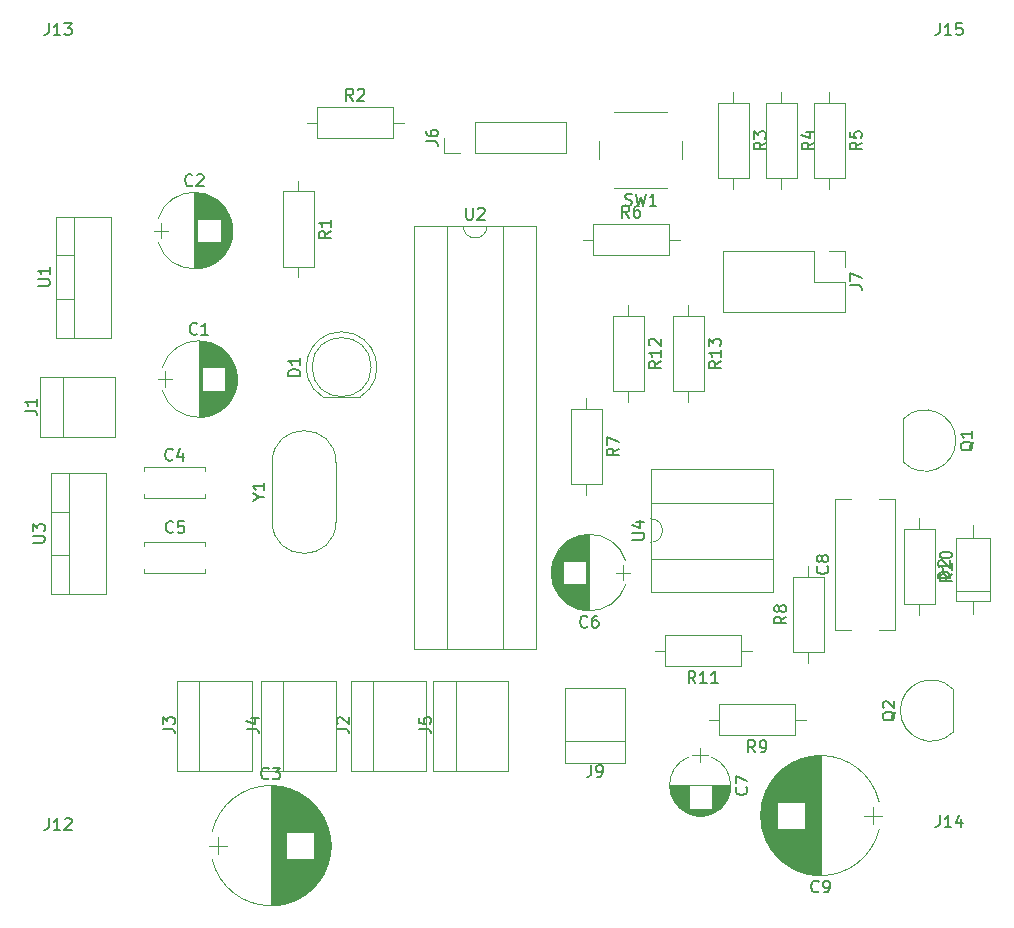
<source format=gbr>
G04 #@! TF.FileFunction,Legend,Top*
%FSLAX46Y46*%
G04 Gerber Fmt 4.6, Leading zero omitted, Abs format (unit mm)*
G04 Created by KiCad (PCBNEW 4.0.6-e0-6349~53~ubuntu14.04.1) date Thu Jun  8 11:25:29 2017*
%MOMM*%
%LPD*%
G01*
G04 APERTURE LIST*
%ADD10C,0.100000*%
%ADD11C,0.120000*%
%ADD12C,0.150000*%
G04 APERTURE END LIST*
D10*
D11*
X112781000Y-120904000D02*
X119121000Y-120904000D01*
X112781000Y-113284000D02*
X119121000Y-113284000D01*
X114681000Y-113284000D02*
X114681000Y-120904000D01*
X112781000Y-120904000D02*
X112781000Y-113284000D01*
X119121000Y-113284000D02*
X119121000Y-120904000D01*
X146792000Y-109018000D02*
X146792000Y-97898000D01*
X151912000Y-109018000D02*
X151912000Y-97898000D01*
X146792000Y-109018000D02*
X148157000Y-109018000D01*
X150547000Y-109018000D02*
X151912000Y-109018000D01*
X146792000Y-97898000D02*
X148157000Y-97898000D01*
X150547000Y-97898000D02*
X151912000Y-97898000D01*
X92944000Y-84557000D02*
X92944000Y-90957000D01*
X92984000Y-84557000D02*
X92984000Y-90957000D01*
X93024000Y-84557000D02*
X93024000Y-90957000D01*
X93064000Y-84559000D02*
X93064000Y-90955000D01*
X93104000Y-84560000D02*
X93104000Y-90954000D01*
X93144000Y-84563000D02*
X93144000Y-90951000D01*
X93184000Y-84565000D02*
X93184000Y-90949000D01*
X93224000Y-84569000D02*
X93224000Y-86777000D01*
X93224000Y-88737000D02*
X93224000Y-90945000D01*
X93264000Y-84572000D02*
X93264000Y-86777000D01*
X93264000Y-88737000D02*
X93264000Y-90942000D01*
X93304000Y-84577000D02*
X93304000Y-86777000D01*
X93304000Y-88737000D02*
X93304000Y-90937000D01*
X93344000Y-84581000D02*
X93344000Y-86777000D01*
X93344000Y-88737000D02*
X93344000Y-90933000D01*
X93384000Y-84587000D02*
X93384000Y-86777000D01*
X93384000Y-88737000D02*
X93384000Y-90927000D01*
X93424000Y-84592000D02*
X93424000Y-86777000D01*
X93424000Y-88737000D02*
X93424000Y-90922000D01*
X93464000Y-84599000D02*
X93464000Y-86777000D01*
X93464000Y-88737000D02*
X93464000Y-90915000D01*
X93504000Y-84605000D02*
X93504000Y-86777000D01*
X93504000Y-88737000D02*
X93504000Y-90909000D01*
X93544000Y-84613000D02*
X93544000Y-86777000D01*
X93544000Y-88737000D02*
X93544000Y-90901000D01*
X93584000Y-84620000D02*
X93584000Y-86777000D01*
X93584000Y-88737000D02*
X93584000Y-90894000D01*
X93624000Y-84629000D02*
X93624000Y-86777000D01*
X93624000Y-88737000D02*
X93624000Y-90885000D01*
X93665000Y-84638000D02*
X93665000Y-86777000D01*
X93665000Y-88737000D02*
X93665000Y-90876000D01*
X93705000Y-84647000D02*
X93705000Y-86777000D01*
X93705000Y-88737000D02*
X93705000Y-90867000D01*
X93745000Y-84657000D02*
X93745000Y-86777000D01*
X93745000Y-88737000D02*
X93745000Y-90857000D01*
X93785000Y-84667000D02*
X93785000Y-86777000D01*
X93785000Y-88737000D02*
X93785000Y-90847000D01*
X93825000Y-84678000D02*
X93825000Y-86777000D01*
X93825000Y-88737000D02*
X93825000Y-90836000D01*
X93865000Y-84690000D02*
X93865000Y-86777000D01*
X93865000Y-88737000D02*
X93865000Y-90824000D01*
X93905000Y-84702000D02*
X93905000Y-86777000D01*
X93905000Y-88737000D02*
X93905000Y-90812000D01*
X93945000Y-84715000D02*
X93945000Y-86777000D01*
X93945000Y-88737000D02*
X93945000Y-90799000D01*
X93985000Y-84728000D02*
X93985000Y-86777000D01*
X93985000Y-88737000D02*
X93985000Y-90786000D01*
X94025000Y-84742000D02*
X94025000Y-86777000D01*
X94025000Y-88737000D02*
X94025000Y-90772000D01*
X94065000Y-84756000D02*
X94065000Y-86777000D01*
X94065000Y-88737000D02*
X94065000Y-90758000D01*
X94105000Y-84771000D02*
X94105000Y-86777000D01*
X94105000Y-88737000D02*
X94105000Y-90743000D01*
X94145000Y-84787000D02*
X94145000Y-86777000D01*
X94145000Y-88737000D02*
X94145000Y-90727000D01*
X94185000Y-84803000D02*
X94185000Y-86777000D01*
X94185000Y-88737000D02*
X94185000Y-90711000D01*
X94225000Y-84820000D02*
X94225000Y-86777000D01*
X94225000Y-88737000D02*
X94225000Y-90694000D01*
X94265000Y-84838000D02*
X94265000Y-86777000D01*
X94265000Y-88737000D02*
X94265000Y-90676000D01*
X94305000Y-84856000D02*
X94305000Y-86777000D01*
X94305000Y-88737000D02*
X94305000Y-90658000D01*
X94345000Y-84875000D02*
X94345000Y-86777000D01*
X94345000Y-88737000D02*
X94345000Y-90639000D01*
X94385000Y-84894000D02*
X94385000Y-86777000D01*
X94385000Y-88737000D02*
X94385000Y-90620000D01*
X94425000Y-84914000D02*
X94425000Y-86777000D01*
X94425000Y-88737000D02*
X94425000Y-90600000D01*
X94465000Y-84935000D02*
X94465000Y-86777000D01*
X94465000Y-88737000D02*
X94465000Y-90579000D01*
X94505000Y-84957000D02*
X94505000Y-86777000D01*
X94505000Y-88737000D02*
X94505000Y-90557000D01*
X94545000Y-84979000D02*
X94545000Y-86777000D01*
X94545000Y-88737000D02*
X94545000Y-90535000D01*
X94585000Y-85002000D02*
X94585000Y-86777000D01*
X94585000Y-88737000D02*
X94585000Y-90512000D01*
X94625000Y-85026000D02*
X94625000Y-86777000D01*
X94625000Y-88737000D02*
X94625000Y-90488000D01*
X94665000Y-85051000D02*
X94665000Y-86777000D01*
X94665000Y-88737000D02*
X94665000Y-90463000D01*
X94705000Y-85076000D02*
X94705000Y-86777000D01*
X94705000Y-88737000D02*
X94705000Y-90438000D01*
X94745000Y-85103000D02*
X94745000Y-86777000D01*
X94745000Y-88737000D02*
X94745000Y-90411000D01*
X94785000Y-85130000D02*
X94785000Y-86777000D01*
X94785000Y-88737000D02*
X94785000Y-90384000D01*
X94825000Y-85158000D02*
X94825000Y-86777000D01*
X94825000Y-88737000D02*
X94825000Y-90356000D01*
X94865000Y-85187000D02*
X94865000Y-86777000D01*
X94865000Y-88737000D02*
X94865000Y-90327000D01*
X94905000Y-85217000D02*
X94905000Y-86777000D01*
X94905000Y-88737000D02*
X94905000Y-90297000D01*
X94945000Y-85247000D02*
X94945000Y-86777000D01*
X94945000Y-88737000D02*
X94945000Y-90267000D01*
X94985000Y-85279000D02*
X94985000Y-86777000D01*
X94985000Y-88737000D02*
X94985000Y-90235000D01*
X95025000Y-85312000D02*
X95025000Y-86777000D01*
X95025000Y-88737000D02*
X95025000Y-90202000D01*
X95065000Y-85346000D02*
X95065000Y-86777000D01*
X95065000Y-88737000D02*
X95065000Y-90168000D01*
X95105000Y-85382000D02*
X95105000Y-86777000D01*
X95105000Y-88737000D02*
X95105000Y-90132000D01*
X95145000Y-85418000D02*
X95145000Y-86777000D01*
X95145000Y-88737000D02*
X95145000Y-90096000D01*
X95185000Y-85456000D02*
X95185000Y-90058000D01*
X95225000Y-85495000D02*
X95225000Y-90019000D01*
X95265000Y-85535000D02*
X95265000Y-89979000D01*
X95305000Y-85577000D02*
X95305000Y-89937000D01*
X95345000Y-85620000D02*
X95345000Y-89894000D01*
X95385000Y-85665000D02*
X95385000Y-89849000D01*
X95425000Y-85712000D02*
X95425000Y-89802000D01*
X95465000Y-85760000D02*
X95465000Y-89754000D01*
X95505000Y-85811000D02*
X95505000Y-89703000D01*
X95545000Y-85863000D02*
X95545000Y-89651000D01*
X95585000Y-85918000D02*
X95585000Y-89596000D01*
X95625000Y-85976000D02*
X95625000Y-89538000D01*
X95665000Y-86036000D02*
X95665000Y-89478000D01*
X95705000Y-86099000D02*
X95705000Y-89415000D01*
X95745000Y-86166000D02*
X95745000Y-89348000D01*
X95785000Y-86237000D02*
X95785000Y-89277000D01*
X95825000Y-86312000D02*
X95825000Y-89202000D01*
X95865000Y-86393000D02*
X95865000Y-89121000D01*
X95905000Y-86479000D02*
X95905000Y-89035000D01*
X95945000Y-86573000D02*
X95945000Y-88941000D01*
X95985000Y-86676000D02*
X95985000Y-88838000D01*
X96025000Y-86791000D02*
X96025000Y-88723000D01*
X96065000Y-86923000D02*
X96065000Y-88591000D01*
X96105000Y-87081000D02*
X96105000Y-88433000D01*
X96145000Y-87289000D02*
X96145000Y-88225000D01*
X89494000Y-87757000D02*
X90694000Y-87757000D01*
X90094000Y-87107000D02*
X90094000Y-88407000D01*
X96032440Y-86777643D02*
G75*
G03X89855764Y-86777000I-3088440J-979357D01*
G01*
X96032440Y-88736357D02*
G75*
G02X89855764Y-88737000I-3088440J979357D01*
G01*
X96032440Y-88736357D02*
G75*
G03X96032236Y-86777000I-3088440J979357D01*
G01*
X92563000Y-71984000D02*
X92563000Y-78384000D01*
X92603000Y-71984000D02*
X92603000Y-78384000D01*
X92643000Y-71984000D02*
X92643000Y-78384000D01*
X92683000Y-71986000D02*
X92683000Y-78382000D01*
X92723000Y-71987000D02*
X92723000Y-78381000D01*
X92763000Y-71990000D02*
X92763000Y-78378000D01*
X92803000Y-71992000D02*
X92803000Y-78376000D01*
X92843000Y-71996000D02*
X92843000Y-74204000D01*
X92843000Y-76164000D02*
X92843000Y-78372000D01*
X92883000Y-71999000D02*
X92883000Y-74204000D01*
X92883000Y-76164000D02*
X92883000Y-78369000D01*
X92923000Y-72004000D02*
X92923000Y-74204000D01*
X92923000Y-76164000D02*
X92923000Y-78364000D01*
X92963000Y-72008000D02*
X92963000Y-74204000D01*
X92963000Y-76164000D02*
X92963000Y-78360000D01*
X93003000Y-72014000D02*
X93003000Y-74204000D01*
X93003000Y-76164000D02*
X93003000Y-78354000D01*
X93043000Y-72019000D02*
X93043000Y-74204000D01*
X93043000Y-76164000D02*
X93043000Y-78349000D01*
X93083000Y-72026000D02*
X93083000Y-74204000D01*
X93083000Y-76164000D02*
X93083000Y-78342000D01*
X93123000Y-72032000D02*
X93123000Y-74204000D01*
X93123000Y-76164000D02*
X93123000Y-78336000D01*
X93163000Y-72040000D02*
X93163000Y-74204000D01*
X93163000Y-76164000D02*
X93163000Y-78328000D01*
X93203000Y-72047000D02*
X93203000Y-74204000D01*
X93203000Y-76164000D02*
X93203000Y-78321000D01*
X93243000Y-72056000D02*
X93243000Y-74204000D01*
X93243000Y-76164000D02*
X93243000Y-78312000D01*
X93284000Y-72065000D02*
X93284000Y-74204000D01*
X93284000Y-76164000D02*
X93284000Y-78303000D01*
X93324000Y-72074000D02*
X93324000Y-74204000D01*
X93324000Y-76164000D02*
X93324000Y-78294000D01*
X93364000Y-72084000D02*
X93364000Y-74204000D01*
X93364000Y-76164000D02*
X93364000Y-78284000D01*
X93404000Y-72094000D02*
X93404000Y-74204000D01*
X93404000Y-76164000D02*
X93404000Y-78274000D01*
X93444000Y-72105000D02*
X93444000Y-74204000D01*
X93444000Y-76164000D02*
X93444000Y-78263000D01*
X93484000Y-72117000D02*
X93484000Y-74204000D01*
X93484000Y-76164000D02*
X93484000Y-78251000D01*
X93524000Y-72129000D02*
X93524000Y-74204000D01*
X93524000Y-76164000D02*
X93524000Y-78239000D01*
X93564000Y-72142000D02*
X93564000Y-74204000D01*
X93564000Y-76164000D02*
X93564000Y-78226000D01*
X93604000Y-72155000D02*
X93604000Y-74204000D01*
X93604000Y-76164000D02*
X93604000Y-78213000D01*
X93644000Y-72169000D02*
X93644000Y-74204000D01*
X93644000Y-76164000D02*
X93644000Y-78199000D01*
X93684000Y-72183000D02*
X93684000Y-74204000D01*
X93684000Y-76164000D02*
X93684000Y-78185000D01*
X93724000Y-72198000D02*
X93724000Y-74204000D01*
X93724000Y-76164000D02*
X93724000Y-78170000D01*
X93764000Y-72214000D02*
X93764000Y-74204000D01*
X93764000Y-76164000D02*
X93764000Y-78154000D01*
X93804000Y-72230000D02*
X93804000Y-74204000D01*
X93804000Y-76164000D02*
X93804000Y-78138000D01*
X93844000Y-72247000D02*
X93844000Y-74204000D01*
X93844000Y-76164000D02*
X93844000Y-78121000D01*
X93884000Y-72265000D02*
X93884000Y-74204000D01*
X93884000Y-76164000D02*
X93884000Y-78103000D01*
X93924000Y-72283000D02*
X93924000Y-74204000D01*
X93924000Y-76164000D02*
X93924000Y-78085000D01*
X93964000Y-72302000D02*
X93964000Y-74204000D01*
X93964000Y-76164000D02*
X93964000Y-78066000D01*
X94004000Y-72321000D02*
X94004000Y-74204000D01*
X94004000Y-76164000D02*
X94004000Y-78047000D01*
X94044000Y-72341000D02*
X94044000Y-74204000D01*
X94044000Y-76164000D02*
X94044000Y-78027000D01*
X94084000Y-72362000D02*
X94084000Y-74204000D01*
X94084000Y-76164000D02*
X94084000Y-78006000D01*
X94124000Y-72384000D02*
X94124000Y-74204000D01*
X94124000Y-76164000D02*
X94124000Y-77984000D01*
X94164000Y-72406000D02*
X94164000Y-74204000D01*
X94164000Y-76164000D02*
X94164000Y-77962000D01*
X94204000Y-72429000D02*
X94204000Y-74204000D01*
X94204000Y-76164000D02*
X94204000Y-77939000D01*
X94244000Y-72453000D02*
X94244000Y-74204000D01*
X94244000Y-76164000D02*
X94244000Y-77915000D01*
X94284000Y-72478000D02*
X94284000Y-74204000D01*
X94284000Y-76164000D02*
X94284000Y-77890000D01*
X94324000Y-72503000D02*
X94324000Y-74204000D01*
X94324000Y-76164000D02*
X94324000Y-77865000D01*
X94364000Y-72530000D02*
X94364000Y-74204000D01*
X94364000Y-76164000D02*
X94364000Y-77838000D01*
X94404000Y-72557000D02*
X94404000Y-74204000D01*
X94404000Y-76164000D02*
X94404000Y-77811000D01*
X94444000Y-72585000D02*
X94444000Y-74204000D01*
X94444000Y-76164000D02*
X94444000Y-77783000D01*
X94484000Y-72614000D02*
X94484000Y-74204000D01*
X94484000Y-76164000D02*
X94484000Y-77754000D01*
X94524000Y-72644000D02*
X94524000Y-74204000D01*
X94524000Y-76164000D02*
X94524000Y-77724000D01*
X94564000Y-72674000D02*
X94564000Y-74204000D01*
X94564000Y-76164000D02*
X94564000Y-77694000D01*
X94604000Y-72706000D02*
X94604000Y-74204000D01*
X94604000Y-76164000D02*
X94604000Y-77662000D01*
X94644000Y-72739000D02*
X94644000Y-74204000D01*
X94644000Y-76164000D02*
X94644000Y-77629000D01*
X94684000Y-72773000D02*
X94684000Y-74204000D01*
X94684000Y-76164000D02*
X94684000Y-77595000D01*
X94724000Y-72809000D02*
X94724000Y-74204000D01*
X94724000Y-76164000D02*
X94724000Y-77559000D01*
X94764000Y-72845000D02*
X94764000Y-74204000D01*
X94764000Y-76164000D02*
X94764000Y-77523000D01*
X94804000Y-72883000D02*
X94804000Y-77485000D01*
X94844000Y-72922000D02*
X94844000Y-77446000D01*
X94884000Y-72962000D02*
X94884000Y-77406000D01*
X94924000Y-73004000D02*
X94924000Y-77364000D01*
X94964000Y-73047000D02*
X94964000Y-77321000D01*
X95004000Y-73092000D02*
X95004000Y-77276000D01*
X95044000Y-73139000D02*
X95044000Y-77229000D01*
X95084000Y-73187000D02*
X95084000Y-77181000D01*
X95124000Y-73238000D02*
X95124000Y-77130000D01*
X95164000Y-73290000D02*
X95164000Y-77078000D01*
X95204000Y-73345000D02*
X95204000Y-77023000D01*
X95244000Y-73403000D02*
X95244000Y-76965000D01*
X95284000Y-73463000D02*
X95284000Y-76905000D01*
X95324000Y-73526000D02*
X95324000Y-76842000D01*
X95364000Y-73593000D02*
X95364000Y-76775000D01*
X95404000Y-73664000D02*
X95404000Y-76704000D01*
X95444000Y-73739000D02*
X95444000Y-76629000D01*
X95484000Y-73820000D02*
X95484000Y-76548000D01*
X95524000Y-73906000D02*
X95524000Y-76462000D01*
X95564000Y-74000000D02*
X95564000Y-76368000D01*
X95604000Y-74103000D02*
X95604000Y-76265000D01*
X95644000Y-74218000D02*
X95644000Y-76150000D01*
X95684000Y-74350000D02*
X95684000Y-76018000D01*
X95724000Y-74508000D02*
X95724000Y-75860000D01*
X95764000Y-74716000D02*
X95764000Y-75652000D01*
X89113000Y-75184000D02*
X90313000Y-75184000D01*
X89713000Y-74534000D02*
X89713000Y-75834000D01*
X95651440Y-74204643D02*
G75*
G03X89474764Y-74204000I-3088440J-979357D01*
G01*
X95651440Y-76163357D02*
G75*
G02X89474764Y-76164000I-3088440J979357D01*
G01*
X95651440Y-76163357D02*
G75*
G03X95651236Y-74204000I-3088440J979357D01*
G01*
X99020000Y-122204000D02*
X99020000Y-132304000D01*
X99060000Y-122204000D02*
X99060000Y-132304000D01*
X99100000Y-122204000D02*
X99100000Y-132304000D01*
X99140000Y-122205000D02*
X99140000Y-132303000D01*
X99180000Y-122206000D02*
X99180000Y-132302000D01*
X99220000Y-122207000D02*
X99220000Y-132301000D01*
X99260000Y-122209000D02*
X99260000Y-132299000D01*
X99300000Y-122211000D02*
X99300000Y-132297000D01*
X99340000Y-122214000D02*
X99340000Y-132294000D01*
X99380000Y-122216000D02*
X99380000Y-132292000D01*
X99420000Y-122219000D02*
X99420000Y-132289000D01*
X99460000Y-122223000D02*
X99460000Y-132285000D01*
X99500000Y-122226000D02*
X99500000Y-132282000D01*
X99540000Y-122230000D02*
X99540000Y-132278000D01*
X99580000Y-122234000D02*
X99580000Y-132274000D01*
X99620000Y-122239000D02*
X99620000Y-132269000D01*
X99660000Y-122244000D02*
X99660000Y-132264000D01*
X99700000Y-122249000D02*
X99700000Y-132259000D01*
X99741000Y-122255000D02*
X99741000Y-132253000D01*
X99781000Y-122261000D02*
X99781000Y-132247000D01*
X99821000Y-122267000D02*
X99821000Y-132241000D01*
X99861000Y-122273000D02*
X99861000Y-132235000D01*
X99901000Y-122280000D02*
X99901000Y-132228000D01*
X99941000Y-122287000D02*
X99941000Y-132221000D01*
X99981000Y-122295000D02*
X99981000Y-132213000D01*
X100021000Y-122303000D02*
X100021000Y-132205000D01*
X100061000Y-122311000D02*
X100061000Y-132197000D01*
X100101000Y-122319000D02*
X100101000Y-132189000D01*
X100141000Y-122328000D02*
X100141000Y-132180000D01*
X100181000Y-122337000D02*
X100181000Y-132171000D01*
X100221000Y-122347000D02*
X100221000Y-132161000D01*
X100261000Y-122357000D02*
X100261000Y-132151000D01*
X100301000Y-122367000D02*
X100301000Y-132141000D01*
X100341000Y-122378000D02*
X100341000Y-126073000D01*
X100341000Y-128435000D02*
X100341000Y-132130000D01*
X100381000Y-122389000D02*
X100381000Y-126073000D01*
X100381000Y-128435000D02*
X100381000Y-132119000D01*
X100421000Y-122400000D02*
X100421000Y-126073000D01*
X100421000Y-128435000D02*
X100421000Y-132108000D01*
X100461000Y-122411000D02*
X100461000Y-126073000D01*
X100461000Y-128435000D02*
X100461000Y-132097000D01*
X100501000Y-122423000D02*
X100501000Y-126073000D01*
X100501000Y-128435000D02*
X100501000Y-132085000D01*
X100541000Y-122436000D02*
X100541000Y-126073000D01*
X100541000Y-128435000D02*
X100541000Y-132072000D01*
X100581000Y-122448000D02*
X100581000Y-126073000D01*
X100581000Y-128435000D02*
X100581000Y-132060000D01*
X100621000Y-122462000D02*
X100621000Y-126073000D01*
X100621000Y-128435000D02*
X100621000Y-132046000D01*
X100661000Y-122475000D02*
X100661000Y-126073000D01*
X100661000Y-128435000D02*
X100661000Y-132033000D01*
X100701000Y-122489000D02*
X100701000Y-126073000D01*
X100701000Y-128435000D02*
X100701000Y-132019000D01*
X100741000Y-122503000D02*
X100741000Y-126073000D01*
X100741000Y-128435000D02*
X100741000Y-132005000D01*
X100781000Y-122517000D02*
X100781000Y-126073000D01*
X100781000Y-128435000D02*
X100781000Y-131991000D01*
X100821000Y-122532000D02*
X100821000Y-126073000D01*
X100821000Y-128435000D02*
X100821000Y-131976000D01*
X100861000Y-122548000D02*
X100861000Y-126073000D01*
X100861000Y-128435000D02*
X100861000Y-131960000D01*
X100901000Y-122563000D02*
X100901000Y-126073000D01*
X100901000Y-128435000D02*
X100901000Y-131945000D01*
X100941000Y-122580000D02*
X100941000Y-126073000D01*
X100941000Y-128435000D02*
X100941000Y-131928000D01*
X100981000Y-122596000D02*
X100981000Y-126073000D01*
X100981000Y-128435000D02*
X100981000Y-131912000D01*
X101021000Y-122613000D02*
X101021000Y-126073000D01*
X101021000Y-128435000D02*
X101021000Y-131895000D01*
X101061000Y-122630000D02*
X101061000Y-126073000D01*
X101061000Y-128435000D02*
X101061000Y-131878000D01*
X101101000Y-122648000D02*
X101101000Y-126073000D01*
X101101000Y-128435000D02*
X101101000Y-131860000D01*
X101141000Y-122666000D02*
X101141000Y-126073000D01*
X101141000Y-128435000D02*
X101141000Y-131842000D01*
X101181000Y-122685000D02*
X101181000Y-126073000D01*
X101181000Y-128435000D02*
X101181000Y-131823000D01*
X101221000Y-122704000D02*
X101221000Y-126073000D01*
X101221000Y-128435000D02*
X101221000Y-131804000D01*
X101261000Y-122723000D02*
X101261000Y-126073000D01*
X101261000Y-128435000D02*
X101261000Y-131785000D01*
X101301000Y-122743000D02*
X101301000Y-126073000D01*
X101301000Y-128435000D02*
X101301000Y-131765000D01*
X101341000Y-122763000D02*
X101341000Y-126073000D01*
X101341000Y-128435000D02*
X101341000Y-131745000D01*
X101381000Y-122784000D02*
X101381000Y-126073000D01*
X101381000Y-128435000D02*
X101381000Y-131724000D01*
X101421000Y-122805000D02*
X101421000Y-126073000D01*
X101421000Y-128435000D02*
X101421000Y-131703000D01*
X101461000Y-122826000D02*
X101461000Y-126073000D01*
X101461000Y-128435000D02*
X101461000Y-131682000D01*
X101501000Y-122849000D02*
X101501000Y-126073000D01*
X101501000Y-128435000D02*
X101501000Y-131659000D01*
X101541000Y-122871000D02*
X101541000Y-126073000D01*
X101541000Y-128435000D02*
X101541000Y-131637000D01*
X101581000Y-122894000D02*
X101581000Y-126073000D01*
X101581000Y-128435000D02*
X101581000Y-131614000D01*
X101621000Y-122918000D02*
X101621000Y-126073000D01*
X101621000Y-128435000D02*
X101621000Y-131590000D01*
X101661000Y-122942000D02*
X101661000Y-126073000D01*
X101661000Y-128435000D02*
X101661000Y-131566000D01*
X101701000Y-122966000D02*
X101701000Y-126073000D01*
X101701000Y-128435000D02*
X101701000Y-131542000D01*
X101741000Y-122991000D02*
X101741000Y-126073000D01*
X101741000Y-128435000D02*
X101741000Y-131517000D01*
X101781000Y-123017000D02*
X101781000Y-126073000D01*
X101781000Y-128435000D02*
X101781000Y-131491000D01*
X101821000Y-123043000D02*
X101821000Y-126073000D01*
X101821000Y-128435000D02*
X101821000Y-131465000D01*
X101861000Y-123069000D02*
X101861000Y-126073000D01*
X101861000Y-128435000D02*
X101861000Y-131439000D01*
X101901000Y-123097000D02*
X101901000Y-126073000D01*
X101901000Y-128435000D02*
X101901000Y-131411000D01*
X101941000Y-123124000D02*
X101941000Y-126073000D01*
X101941000Y-128435000D02*
X101941000Y-131384000D01*
X101981000Y-123153000D02*
X101981000Y-126073000D01*
X101981000Y-128435000D02*
X101981000Y-131355000D01*
X102021000Y-123182000D02*
X102021000Y-126073000D01*
X102021000Y-128435000D02*
X102021000Y-131326000D01*
X102061000Y-123211000D02*
X102061000Y-126073000D01*
X102061000Y-128435000D02*
X102061000Y-131297000D01*
X102101000Y-123241000D02*
X102101000Y-126073000D01*
X102101000Y-128435000D02*
X102101000Y-131267000D01*
X102141000Y-123272000D02*
X102141000Y-126073000D01*
X102141000Y-128435000D02*
X102141000Y-131236000D01*
X102181000Y-123303000D02*
X102181000Y-126073000D01*
X102181000Y-128435000D02*
X102181000Y-131205000D01*
X102221000Y-123335000D02*
X102221000Y-126073000D01*
X102221000Y-128435000D02*
X102221000Y-131173000D01*
X102261000Y-123368000D02*
X102261000Y-126073000D01*
X102261000Y-128435000D02*
X102261000Y-131140000D01*
X102301000Y-123401000D02*
X102301000Y-126073000D01*
X102301000Y-128435000D02*
X102301000Y-131107000D01*
X102341000Y-123435000D02*
X102341000Y-126073000D01*
X102341000Y-128435000D02*
X102341000Y-131073000D01*
X102381000Y-123470000D02*
X102381000Y-126073000D01*
X102381000Y-128435000D02*
X102381000Y-131038000D01*
X102421000Y-123506000D02*
X102421000Y-126073000D01*
X102421000Y-128435000D02*
X102421000Y-131002000D01*
X102461000Y-123542000D02*
X102461000Y-126073000D01*
X102461000Y-128435000D02*
X102461000Y-130966000D01*
X102501000Y-123579000D02*
X102501000Y-126073000D01*
X102501000Y-128435000D02*
X102501000Y-130929000D01*
X102541000Y-123617000D02*
X102541000Y-126073000D01*
X102541000Y-128435000D02*
X102541000Y-130891000D01*
X102581000Y-123656000D02*
X102581000Y-126073000D01*
X102581000Y-128435000D02*
X102581000Y-130852000D01*
X102621000Y-123695000D02*
X102621000Y-126073000D01*
X102621000Y-128435000D02*
X102621000Y-130813000D01*
X102661000Y-123736000D02*
X102661000Y-126073000D01*
X102661000Y-128435000D02*
X102661000Y-130772000D01*
X102701000Y-123777000D02*
X102701000Y-130731000D01*
X102741000Y-123819000D02*
X102741000Y-130689000D01*
X102781000Y-123863000D02*
X102781000Y-130645000D01*
X102821000Y-123907000D02*
X102821000Y-130601000D01*
X102861000Y-123952000D02*
X102861000Y-130556000D01*
X102901000Y-123999000D02*
X102901000Y-130509000D01*
X102941000Y-124047000D02*
X102941000Y-130461000D01*
X102981000Y-124096000D02*
X102981000Y-130412000D01*
X103021000Y-124146000D02*
X103021000Y-130362000D01*
X103061000Y-124197000D02*
X103061000Y-130311000D01*
X103101000Y-124250000D02*
X103101000Y-130258000D01*
X103141000Y-124305000D02*
X103141000Y-130203000D01*
X103181000Y-124360000D02*
X103181000Y-130148000D01*
X103221000Y-124418000D02*
X103221000Y-130090000D01*
X103261000Y-124477000D02*
X103261000Y-130031000D01*
X103301000Y-124539000D02*
X103301000Y-129969000D01*
X103341000Y-124602000D02*
X103341000Y-129906000D01*
X103381000Y-124667000D02*
X103381000Y-129841000D01*
X103421000Y-124735000D02*
X103421000Y-129773000D01*
X103461000Y-124805000D02*
X103461000Y-129703000D01*
X103501000Y-124877000D02*
X103501000Y-129631000D01*
X103541000Y-124953000D02*
X103541000Y-129555000D01*
X103581000Y-125032000D02*
X103581000Y-129476000D01*
X103621000Y-125114000D02*
X103621000Y-129394000D01*
X103661000Y-125201000D02*
X103661000Y-129307000D01*
X103701000Y-125292000D02*
X103701000Y-129216000D01*
X103741000Y-125388000D02*
X103741000Y-129120000D01*
X103781000Y-125491000D02*
X103781000Y-129017000D01*
X103821000Y-125600000D02*
X103821000Y-128908000D01*
X103861000Y-125718000D02*
X103861000Y-128790000D01*
X103901000Y-125847000D02*
X103901000Y-128661000D01*
X103941000Y-125989000D02*
X103941000Y-128519000D01*
X103981000Y-126150000D02*
X103981000Y-128358000D01*
X104021000Y-126341000D02*
X104021000Y-128167000D01*
X104061000Y-126582000D02*
X104061000Y-127926000D01*
X104101000Y-126975000D02*
X104101000Y-127533000D01*
X93820000Y-127254000D02*
X95320000Y-127254000D01*
X94570000Y-126504000D02*
X94570000Y-128004000D01*
X103971525Y-126074806D02*
G75*
G03X94068667Y-126074000I-4951525J-1179194D01*
G01*
X103971525Y-128433194D02*
G75*
G02X94068667Y-128434000I-4951525J1179194D01*
G01*
X103971525Y-128433194D02*
G75*
G03X103971333Y-126074000I-4951525J1179194D01*
G01*
X88332000Y-95210000D02*
X93452000Y-95210000D01*
X88332000Y-97830000D02*
X93452000Y-97830000D01*
X88332000Y-95210000D02*
X88332000Y-95524000D01*
X88332000Y-97516000D02*
X88332000Y-97830000D01*
X93452000Y-95210000D02*
X93452000Y-95524000D01*
X93452000Y-97516000D02*
X93452000Y-97830000D01*
X88332000Y-101560000D02*
X93452000Y-101560000D01*
X88332000Y-104180000D02*
X93452000Y-104180000D01*
X88332000Y-101560000D02*
X88332000Y-101874000D01*
X88332000Y-103866000D02*
X88332000Y-104180000D01*
X93452000Y-101560000D02*
X93452000Y-101874000D01*
X93452000Y-103866000D02*
X93452000Y-104180000D01*
X126004000Y-107340000D02*
X126004000Y-100940000D01*
X125964000Y-107340000D02*
X125964000Y-100940000D01*
X125924000Y-107340000D02*
X125924000Y-100940000D01*
X125884000Y-107338000D02*
X125884000Y-100942000D01*
X125844000Y-107337000D02*
X125844000Y-100943000D01*
X125804000Y-107334000D02*
X125804000Y-100946000D01*
X125764000Y-107332000D02*
X125764000Y-100948000D01*
X125724000Y-107328000D02*
X125724000Y-105120000D01*
X125724000Y-103160000D02*
X125724000Y-100952000D01*
X125684000Y-107325000D02*
X125684000Y-105120000D01*
X125684000Y-103160000D02*
X125684000Y-100955000D01*
X125644000Y-107320000D02*
X125644000Y-105120000D01*
X125644000Y-103160000D02*
X125644000Y-100960000D01*
X125604000Y-107316000D02*
X125604000Y-105120000D01*
X125604000Y-103160000D02*
X125604000Y-100964000D01*
X125564000Y-107310000D02*
X125564000Y-105120000D01*
X125564000Y-103160000D02*
X125564000Y-100970000D01*
X125524000Y-107305000D02*
X125524000Y-105120000D01*
X125524000Y-103160000D02*
X125524000Y-100975000D01*
X125484000Y-107298000D02*
X125484000Y-105120000D01*
X125484000Y-103160000D02*
X125484000Y-100982000D01*
X125444000Y-107292000D02*
X125444000Y-105120000D01*
X125444000Y-103160000D02*
X125444000Y-100988000D01*
X125404000Y-107284000D02*
X125404000Y-105120000D01*
X125404000Y-103160000D02*
X125404000Y-100996000D01*
X125364000Y-107277000D02*
X125364000Y-105120000D01*
X125364000Y-103160000D02*
X125364000Y-101003000D01*
X125324000Y-107268000D02*
X125324000Y-105120000D01*
X125324000Y-103160000D02*
X125324000Y-101012000D01*
X125283000Y-107259000D02*
X125283000Y-105120000D01*
X125283000Y-103160000D02*
X125283000Y-101021000D01*
X125243000Y-107250000D02*
X125243000Y-105120000D01*
X125243000Y-103160000D02*
X125243000Y-101030000D01*
X125203000Y-107240000D02*
X125203000Y-105120000D01*
X125203000Y-103160000D02*
X125203000Y-101040000D01*
X125163000Y-107230000D02*
X125163000Y-105120000D01*
X125163000Y-103160000D02*
X125163000Y-101050000D01*
X125123000Y-107219000D02*
X125123000Y-105120000D01*
X125123000Y-103160000D02*
X125123000Y-101061000D01*
X125083000Y-107207000D02*
X125083000Y-105120000D01*
X125083000Y-103160000D02*
X125083000Y-101073000D01*
X125043000Y-107195000D02*
X125043000Y-105120000D01*
X125043000Y-103160000D02*
X125043000Y-101085000D01*
X125003000Y-107182000D02*
X125003000Y-105120000D01*
X125003000Y-103160000D02*
X125003000Y-101098000D01*
X124963000Y-107169000D02*
X124963000Y-105120000D01*
X124963000Y-103160000D02*
X124963000Y-101111000D01*
X124923000Y-107155000D02*
X124923000Y-105120000D01*
X124923000Y-103160000D02*
X124923000Y-101125000D01*
X124883000Y-107141000D02*
X124883000Y-105120000D01*
X124883000Y-103160000D02*
X124883000Y-101139000D01*
X124843000Y-107126000D02*
X124843000Y-105120000D01*
X124843000Y-103160000D02*
X124843000Y-101154000D01*
X124803000Y-107110000D02*
X124803000Y-105120000D01*
X124803000Y-103160000D02*
X124803000Y-101170000D01*
X124763000Y-107094000D02*
X124763000Y-105120000D01*
X124763000Y-103160000D02*
X124763000Y-101186000D01*
X124723000Y-107077000D02*
X124723000Y-105120000D01*
X124723000Y-103160000D02*
X124723000Y-101203000D01*
X124683000Y-107059000D02*
X124683000Y-105120000D01*
X124683000Y-103160000D02*
X124683000Y-101221000D01*
X124643000Y-107041000D02*
X124643000Y-105120000D01*
X124643000Y-103160000D02*
X124643000Y-101239000D01*
X124603000Y-107022000D02*
X124603000Y-105120000D01*
X124603000Y-103160000D02*
X124603000Y-101258000D01*
X124563000Y-107003000D02*
X124563000Y-105120000D01*
X124563000Y-103160000D02*
X124563000Y-101277000D01*
X124523000Y-106983000D02*
X124523000Y-105120000D01*
X124523000Y-103160000D02*
X124523000Y-101297000D01*
X124483000Y-106962000D02*
X124483000Y-105120000D01*
X124483000Y-103160000D02*
X124483000Y-101318000D01*
X124443000Y-106940000D02*
X124443000Y-105120000D01*
X124443000Y-103160000D02*
X124443000Y-101340000D01*
X124403000Y-106918000D02*
X124403000Y-105120000D01*
X124403000Y-103160000D02*
X124403000Y-101362000D01*
X124363000Y-106895000D02*
X124363000Y-105120000D01*
X124363000Y-103160000D02*
X124363000Y-101385000D01*
X124323000Y-106871000D02*
X124323000Y-105120000D01*
X124323000Y-103160000D02*
X124323000Y-101409000D01*
X124283000Y-106846000D02*
X124283000Y-105120000D01*
X124283000Y-103160000D02*
X124283000Y-101434000D01*
X124243000Y-106821000D02*
X124243000Y-105120000D01*
X124243000Y-103160000D02*
X124243000Y-101459000D01*
X124203000Y-106794000D02*
X124203000Y-105120000D01*
X124203000Y-103160000D02*
X124203000Y-101486000D01*
X124163000Y-106767000D02*
X124163000Y-105120000D01*
X124163000Y-103160000D02*
X124163000Y-101513000D01*
X124123000Y-106739000D02*
X124123000Y-105120000D01*
X124123000Y-103160000D02*
X124123000Y-101541000D01*
X124083000Y-106710000D02*
X124083000Y-105120000D01*
X124083000Y-103160000D02*
X124083000Y-101570000D01*
X124043000Y-106680000D02*
X124043000Y-105120000D01*
X124043000Y-103160000D02*
X124043000Y-101600000D01*
X124003000Y-106650000D02*
X124003000Y-105120000D01*
X124003000Y-103160000D02*
X124003000Y-101630000D01*
X123963000Y-106618000D02*
X123963000Y-105120000D01*
X123963000Y-103160000D02*
X123963000Y-101662000D01*
X123923000Y-106585000D02*
X123923000Y-105120000D01*
X123923000Y-103160000D02*
X123923000Y-101695000D01*
X123883000Y-106551000D02*
X123883000Y-105120000D01*
X123883000Y-103160000D02*
X123883000Y-101729000D01*
X123843000Y-106515000D02*
X123843000Y-105120000D01*
X123843000Y-103160000D02*
X123843000Y-101765000D01*
X123803000Y-106479000D02*
X123803000Y-105120000D01*
X123803000Y-103160000D02*
X123803000Y-101801000D01*
X123763000Y-106441000D02*
X123763000Y-101839000D01*
X123723000Y-106402000D02*
X123723000Y-101878000D01*
X123683000Y-106362000D02*
X123683000Y-101918000D01*
X123643000Y-106320000D02*
X123643000Y-101960000D01*
X123603000Y-106277000D02*
X123603000Y-102003000D01*
X123563000Y-106232000D02*
X123563000Y-102048000D01*
X123523000Y-106185000D02*
X123523000Y-102095000D01*
X123483000Y-106137000D02*
X123483000Y-102143000D01*
X123443000Y-106086000D02*
X123443000Y-102194000D01*
X123403000Y-106034000D02*
X123403000Y-102246000D01*
X123363000Y-105979000D02*
X123363000Y-102301000D01*
X123323000Y-105921000D02*
X123323000Y-102359000D01*
X123283000Y-105861000D02*
X123283000Y-102419000D01*
X123243000Y-105798000D02*
X123243000Y-102482000D01*
X123203000Y-105731000D02*
X123203000Y-102549000D01*
X123163000Y-105660000D02*
X123163000Y-102620000D01*
X123123000Y-105585000D02*
X123123000Y-102695000D01*
X123083000Y-105504000D02*
X123083000Y-102776000D01*
X123043000Y-105418000D02*
X123043000Y-102862000D01*
X123003000Y-105324000D02*
X123003000Y-102956000D01*
X122963000Y-105221000D02*
X122963000Y-103059000D01*
X122923000Y-105106000D02*
X122923000Y-103174000D01*
X122883000Y-104974000D02*
X122883000Y-103306000D01*
X122843000Y-104816000D02*
X122843000Y-103464000D01*
X122803000Y-104608000D02*
X122803000Y-103672000D01*
X129454000Y-104140000D02*
X128254000Y-104140000D01*
X128854000Y-104790000D02*
X128854000Y-103490000D01*
X122915560Y-105119357D02*
G75*
G03X129092236Y-105120000I3088440J979357D01*
G01*
X122915560Y-103160643D02*
G75*
G02X129092236Y-103160000I3088440J-979357D01*
G01*
X122915560Y-103160643D02*
G75*
G03X122915764Y-105120000I3088440J-979357D01*
G01*
X137932000Y-122158000D02*
X132832000Y-122158000D01*
X137932000Y-122198000D02*
X136362000Y-122198000D01*
X134402000Y-122198000D02*
X132832000Y-122198000D01*
X137931000Y-122238000D02*
X136362000Y-122238000D01*
X134402000Y-122238000D02*
X132833000Y-122238000D01*
X137930000Y-122278000D02*
X136362000Y-122278000D01*
X134402000Y-122278000D02*
X132834000Y-122278000D01*
X137928000Y-122318000D02*
X136362000Y-122318000D01*
X134402000Y-122318000D02*
X132836000Y-122318000D01*
X137925000Y-122358000D02*
X136362000Y-122358000D01*
X134402000Y-122358000D02*
X132839000Y-122358000D01*
X137921000Y-122398000D02*
X136362000Y-122398000D01*
X134402000Y-122398000D02*
X132843000Y-122398000D01*
X137917000Y-122438000D02*
X136362000Y-122438000D01*
X134402000Y-122438000D02*
X132847000Y-122438000D01*
X137913000Y-122478000D02*
X136362000Y-122478000D01*
X134402000Y-122478000D02*
X132851000Y-122478000D01*
X137907000Y-122518000D02*
X136362000Y-122518000D01*
X134402000Y-122518000D02*
X132857000Y-122518000D01*
X137901000Y-122558000D02*
X136362000Y-122558000D01*
X134402000Y-122558000D02*
X132863000Y-122558000D01*
X137895000Y-122598000D02*
X136362000Y-122598000D01*
X134402000Y-122598000D02*
X132869000Y-122598000D01*
X137888000Y-122638000D02*
X136362000Y-122638000D01*
X134402000Y-122638000D02*
X132876000Y-122638000D01*
X137880000Y-122678000D02*
X136362000Y-122678000D01*
X134402000Y-122678000D02*
X132884000Y-122678000D01*
X137871000Y-122718000D02*
X136362000Y-122718000D01*
X134402000Y-122718000D02*
X132893000Y-122718000D01*
X137862000Y-122758000D02*
X136362000Y-122758000D01*
X134402000Y-122758000D02*
X132902000Y-122758000D01*
X137852000Y-122798000D02*
X136362000Y-122798000D01*
X134402000Y-122798000D02*
X132912000Y-122798000D01*
X137842000Y-122838000D02*
X136362000Y-122838000D01*
X134402000Y-122838000D02*
X132922000Y-122838000D01*
X137830000Y-122879000D02*
X136362000Y-122879000D01*
X134402000Y-122879000D02*
X132934000Y-122879000D01*
X137818000Y-122919000D02*
X136362000Y-122919000D01*
X134402000Y-122919000D02*
X132946000Y-122919000D01*
X137806000Y-122959000D02*
X136362000Y-122959000D01*
X134402000Y-122959000D02*
X132958000Y-122959000D01*
X137792000Y-122999000D02*
X136362000Y-122999000D01*
X134402000Y-122999000D02*
X132972000Y-122999000D01*
X137778000Y-123039000D02*
X136362000Y-123039000D01*
X134402000Y-123039000D02*
X132986000Y-123039000D01*
X137764000Y-123079000D02*
X136362000Y-123079000D01*
X134402000Y-123079000D02*
X133000000Y-123079000D01*
X137748000Y-123119000D02*
X136362000Y-123119000D01*
X134402000Y-123119000D02*
X133016000Y-123119000D01*
X137732000Y-123159000D02*
X136362000Y-123159000D01*
X134402000Y-123159000D02*
X133032000Y-123159000D01*
X137715000Y-123199000D02*
X136362000Y-123199000D01*
X134402000Y-123199000D02*
X133049000Y-123199000D01*
X137697000Y-123239000D02*
X136362000Y-123239000D01*
X134402000Y-123239000D02*
X133067000Y-123239000D01*
X137678000Y-123279000D02*
X136362000Y-123279000D01*
X134402000Y-123279000D02*
X133086000Y-123279000D01*
X137658000Y-123319000D02*
X136362000Y-123319000D01*
X134402000Y-123319000D02*
X133106000Y-123319000D01*
X137638000Y-123359000D02*
X136362000Y-123359000D01*
X134402000Y-123359000D02*
X133126000Y-123359000D01*
X137616000Y-123399000D02*
X136362000Y-123399000D01*
X134402000Y-123399000D02*
X133148000Y-123399000D01*
X137594000Y-123439000D02*
X136362000Y-123439000D01*
X134402000Y-123439000D02*
X133170000Y-123439000D01*
X137571000Y-123479000D02*
X136362000Y-123479000D01*
X134402000Y-123479000D02*
X133193000Y-123479000D01*
X137547000Y-123519000D02*
X136362000Y-123519000D01*
X134402000Y-123519000D02*
X133217000Y-123519000D01*
X137522000Y-123559000D02*
X136362000Y-123559000D01*
X134402000Y-123559000D02*
X133242000Y-123559000D01*
X137495000Y-123599000D02*
X136362000Y-123599000D01*
X134402000Y-123599000D02*
X133269000Y-123599000D01*
X137468000Y-123639000D02*
X136362000Y-123639000D01*
X134402000Y-123639000D02*
X133296000Y-123639000D01*
X137440000Y-123679000D02*
X136362000Y-123679000D01*
X134402000Y-123679000D02*
X133324000Y-123679000D01*
X137410000Y-123719000D02*
X136362000Y-123719000D01*
X134402000Y-123719000D02*
X133354000Y-123719000D01*
X137379000Y-123759000D02*
X136362000Y-123759000D01*
X134402000Y-123759000D02*
X133385000Y-123759000D01*
X137347000Y-123799000D02*
X136362000Y-123799000D01*
X134402000Y-123799000D02*
X133417000Y-123799000D01*
X137314000Y-123839000D02*
X136362000Y-123839000D01*
X134402000Y-123839000D02*
X133450000Y-123839000D01*
X137279000Y-123879000D02*
X136362000Y-123879000D01*
X134402000Y-123879000D02*
X133485000Y-123879000D01*
X137243000Y-123919000D02*
X136362000Y-123919000D01*
X134402000Y-123919000D02*
X133521000Y-123919000D01*
X137205000Y-123959000D02*
X136362000Y-123959000D01*
X134402000Y-123959000D02*
X133559000Y-123959000D01*
X137165000Y-123999000D02*
X136362000Y-123999000D01*
X134402000Y-123999000D02*
X133599000Y-123999000D01*
X137124000Y-124039000D02*
X136362000Y-124039000D01*
X134402000Y-124039000D02*
X133640000Y-124039000D01*
X137081000Y-124079000D02*
X136362000Y-124079000D01*
X134402000Y-124079000D02*
X133683000Y-124079000D01*
X137036000Y-124119000D02*
X136362000Y-124119000D01*
X134402000Y-124119000D02*
X133728000Y-124119000D01*
X136988000Y-124159000D02*
X133776000Y-124159000D01*
X136938000Y-124199000D02*
X133826000Y-124199000D01*
X136886000Y-124239000D02*
X133878000Y-124239000D01*
X136830000Y-124279000D02*
X133934000Y-124279000D01*
X136772000Y-124319000D02*
X133992000Y-124319000D01*
X136709000Y-124359000D02*
X134055000Y-124359000D01*
X136643000Y-124399000D02*
X134121000Y-124399000D01*
X136571000Y-124439000D02*
X134193000Y-124439000D01*
X136494000Y-124479000D02*
X134270000Y-124479000D01*
X136410000Y-124519000D02*
X134354000Y-124519000D01*
X136316000Y-124559000D02*
X134448000Y-124559000D01*
X136211000Y-124599000D02*
X134553000Y-124599000D01*
X136089000Y-124639000D02*
X134675000Y-124639000D01*
X135941000Y-124679000D02*
X134823000Y-124679000D01*
X135736000Y-124719000D02*
X135028000Y-124719000D01*
X135382000Y-118958000D02*
X135382000Y-120158000D01*
X136032000Y-119558000D02*
X134732000Y-119558000D01*
X136363400Y-124554863D02*
G75*
G03X136362000Y-119760564I-981400J2396863D01*
G01*
X134400600Y-124554863D02*
G75*
G02X134402000Y-119760564I981400J2396863D01*
G01*
X134400600Y-124554863D02*
G75*
G03X136362000Y-124555436I981400J2396863D01*
G01*
X145582000Y-129764000D02*
X145582000Y-119664000D01*
X145542000Y-129764000D02*
X145542000Y-119664000D01*
X145502000Y-129764000D02*
X145502000Y-119664000D01*
X145462000Y-129763000D02*
X145462000Y-119665000D01*
X145422000Y-129762000D02*
X145422000Y-119666000D01*
X145382000Y-129761000D02*
X145382000Y-119667000D01*
X145342000Y-129759000D02*
X145342000Y-119669000D01*
X145302000Y-129757000D02*
X145302000Y-119671000D01*
X145262000Y-129754000D02*
X145262000Y-119674000D01*
X145222000Y-129752000D02*
X145222000Y-119676000D01*
X145182000Y-129749000D02*
X145182000Y-119679000D01*
X145142000Y-129745000D02*
X145142000Y-119683000D01*
X145102000Y-129742000D02*
X145102000Y-119686000D01*
X145062000Y-129738000D02*
X145062000Y-119690000D01*
X145022000Y-129734000D02*
X145022000Y-119694000D01*
X144982000Y-129729000D02*
X144982000Y-119699000D01*
X144942000Y-129724000D02*
X144942000Y-119704000D01*
X144902000Y-129719000D02*
X144902000Y-119709000D01*
X144861000Y-129713000D02*
X144861000Y-119715000D01*
X144821000Y-129707000D02*
X144821000Y-119721000D01*
X144781000Y-129701000D02*
X144781000Y-119727000D01*
X144741000Y-129695000D02*
X144741000Y-119733000D01*
X144701000Y-129688000D02*
X144701000Y-119740000D01*
X144661000Y-129681000D02*
X144661000Y-119747000D01*
X144621000Y-129673000D02*
X144621000Y-119755000D01*
X144581000Y-129665000D02*
X144581000Y-119763000D01*
X144541000Y-129657000D02*
X144541000Y-119771000D01*
X144501000Y-129649000D02*
X144501000Y-119779000D01*
X144461000Y-129640000D02*
X144461000Y-119788000D01*
X144421000Y-129631000D02*
X144421000Y-119797000D01*
X144381000Y-129621000D02*
X144381000Y-119807000D01*
X144341000Y-129611000D02*
X144341000Y-119817000D01*
X144301000Y-129601000D02*
X144301000Y-119827000D01*
X144261000Y-129590000D02*
X144261000Y-125895000D01*
X144261000Y-123533000D02*
X144261000Y-119838000D01*
X144221000Y-129579000D02*
X144221000Y-125895000D01*
X144221000Y-123533000D02*
X144221000Y-119849000D01*
X144181000Y-129568000D02*
X144181000Y-125895000D01*
X144181000Y-123533000D02*
X144181000Y-119860000D01*
X144141000Y-129557000D02*
X144141000Y-125895000D01*
X144141000Y-123533000D02*
X144141000Y-119871000D01*
X144101000Y-129545000D02*
X144101000Y-125895000D01*
X144101000Y-123533000D02*
X144101000Y-119883000D01*
X144061000Y-129532000D02*
X144061000Y-125895000D01*
X144061000Y-123533000D02*
X144061000Y-119896000D01*
X144021000Y-129520000D02*
X144021000Y-125895000D01*
X144021000Y-123533000D02*
X144021000Y-119908000D01*
X143981000Y-129506000D02*
X143981000Y-125895000D01*
X143981000Y-123533000D02*
X143981000Y-119922000D01*
X143941000Y-129493000D02*
X143941000Y-125895000D01*
X143941000Y-123533000D02*
X143941000Y-119935000D01*
X143901000Y-129479000D02*
X143901000Y-125895000D01*
X143901000Y-123533000D02*
X143901000Y-119949000D01*
X143861000Y-129465000D02*
X143861000Y-125895000D01*
X143861000Y-123533000D02*
X143861000Y-119963000D01*
X143821000Y-129451000D02*
X143821000Y-125895000D01*
X143821000Y-123533000D02*
X143821000Y-119977000D01*
X143781000Y-129436000D02*
X143781000Y-125895000D01*
X143781000Y-123533000D02*
X143781000Y-119992000D01*
X143741000Y-129420000D02*
X143741000Y-125895000D01*
X143741000Y-123533000D02*
X143741000Y-120008000D01*
X143701000Y-129405000D02*
X143701000Y-125895000D01*
X143701000Y-123533000D02*
X143701000Y-120023000D01*
X143661000Y-129388000D02*
X143661000Y-125895000D01*
X143661000Y-123533000D02*
X143661000Y-120040000D01*
X143621000Y-129372000D02*
X143621000Y-125895000D01*
X143621000Y-123533000D02*
X143621000Y-120056000D01*
X143581000Y-129355000D02*
X143581000Y-125895000D01*
X143581000Y-123533000D02*
X143581000Y-120073000D01*
X143541000Y-129338000D02*
X143541000Y-125895000D01*
X143541000Y-123533000D02*
X143541000Y-120090000D01*
X143501000Y-129320000D02*
X143501000Y-125895000D01*
X143501000Y-123533000D02*
X143501000Y-120108000D01*
X143461000Y-129302000D02*
X143461000Y-125895000D01*
X143461000Y-123533000D02*
X143461000Y-120126000D01*
X143421000Y-129283000D02*
X143421000Y-125895000D01*
X143421000Y-123533000D02*
X143421000Y-120145000D01*
X143381000Y-129264000D02*
X143381000Y-125895000D01*
X143381000Y-123533000D02*
X143381000Y-120164000D01*
X143341000Y-129245000D02*
X143341000Y-125895000D01*
X143341000Y-123533000D02*
X143341000Y-120183000D01*
X143301000Y-129225000D02*
X143301000Y-125895000D01*
X143301000Y-123533000D02*
X143301000Y-120203000D01*
X143261000Y-129205000D02*
X143261000Y-125895000D01*
X143261000Y-123533000D02*
X143261000Y-120223000D01*
X143221000Y-129184000D02*
X143221000Y-125895000D01*
X143221000Y-123533000D02*
X143221000Y-120244000D01*
X143181000Y-129163000D02*
X143181000Y-125895000D01*
X143181000Y-123533000D02*
X143181000Y-120265000D01*
X143141000Y-129142000D02*
X143141000Y-125895000D01*
X143141000Y-123533000D02*
X143141000Y-120286000D01*
X143101000Y-129119000D02*
X143101000Y-125895000D01*
X143101000Y-123533000D02*
X143101000Y-120309000D01*
X143061000Y-129097000D02*
X143061000Y-125895000D01*
X143061000Y-123533000D02*
X143061000Y-120331000D01*
X143021000Y-129074000D02*
X143021000Y-125895000D01*
X143021000Y-123533000D02*
X143021000Y-120354000D01*
X142981000Y-129050000D02*
X142981000Y-125895000D01*
X142981000Y-123533000D02*
X142981000Y-120378000D01*
X142941000Y-129026000D02*
X142941000Y-125895000D01*
X142941000Y-123533000D02*
X142941000Y-120402000D01*
X142901000Y-129002000D02*
X142901000Y-125895000D01*
X142901000Y-123533000D02*
X142901000Y-120426000D01*
X142861000Y-128977000D02*
X142861000Y-125895000D01*
X142861000Y-123533000D02*
X142861000Y-120451000D01*
X142821000Y-128951000D02*
X142821000Y-125895000D01*
X142821000Y-123533000D02*
X142821000Y-120477000D01*
X142781000Y-128925000D02*
X142781000Y-125895000D01*
X142781000Y-123533000D02*
X142781000Y-120503000D01*
X142741000Y-128899000D02*
X142741000Y-125895000D01*
X142741000Y-123533000D02*
X142741000Y-120529000D01*
X142701000Y-128871000D02*
X142701000Y-125895000D01*
X142701000Y-123533000D02*
X142701000Y-120557000D01*
X142661000Y-128844000D02*
X142661000Y-125895000D01*
X142661000Y-123533000D02*
X142661000Y-120584000D01*
X142621000Y-128815000D02*
X142621000Y-125895000D01*
X142621000Y-123533000D02*
X142621000Y-120613000D01*
X142581000Y-128786000D02*
X142581000Y-125895000D01*
X142581000Y-123533000D02*
X142581000Y-120642000D01*
X142541000Y-128757000D02*
X142541000Y-125895000D01*
X142541000Y-123533000D02*
X142541000Y-120671000D01*
X142501000Y-128727000D02*
X142501000Y-125895000D01*
X142501000Y-123533000D02*
X142501000Y-120701000D01*
X142461000Y-128696000D02*
X142461000Y-125895000D01*
X142461000Y-123533000D02*
X142461000Y-120732000D01*
X142421000Y-128665000D02*
X142421000Y-125895000D01*
X142421000Y-123533000D02*
X142421000Y-120763000D01*
X142381000Y-128633000D02*
X142381000Y-125895000D01*
X142381000Y-123533000D02*
X142381000Y-120795000D01*
X142341000Y-128600000D02*
X142341000Y-125895000D01*
X142341000Y-123533000D02*
X142341000Y-120828000D01*
X142301000Y-128567000D02*
X142301000Y-125895000D01*
X142301000Y-123533000D02*
X142301000Y-120861000D01*
X142261000Y-128533000D02*
X142261000Y-125895000D01*
X142261000Y-123533000D02*
X142261000Y-120895000D01*
X142221000Y-128498000D02*
X142221000Y-125895000D01*
X142221000Y-123533000D02*
X142221000Y-120930000D01*
X142181000Y-128462000D02*
X142181000Y-125895000D01*
X142181000Y-123533000D02*
X142181000Y-120966000D01*
X142141000Y-128426000D02*
X142141000Y-125895000D01*
X142141000Y-123533000D02*
X142141000Y-121002000D01*
X142101000Y-128389000D02*
X142101000Y-125895000D01*
X142101000Y-123533000D02*
X142101000Y-121039000D01*
X142061000Y-128351000D02*
X142061000Y-125895000D01*
X142061000Y-123533000D02*
X142061000Y-121077000D01*
X142021000Y-128312000D02*
X142021000Y-125895000D01*
X142021000Y-123533000D02*
X142021000Y-121116000D01*
X141981000Y-128273000D02*
X141981000Y-125895000D01*
X141981000Y-123533000D02*
X141981000Y-121155000D01*
X141941000Y-128232000D02*
X141941000Y-125895000D01*
X141941000Y-123533000D02*
X141941000Y-121196000D01*
X141901000Y-128191000D02*
X141901000Y-121237000D01*
X141861000Y-128149000D02*
X141861000Y-121279000D01*
X141821000Y-128105000D02*
X141821000Y-121323000D01*
X141781000Y-128061000D02*
X141781000Y-121367000D01*
X141741000Y-128016000D02*
X141741000Y-121412000D01*
X141701000Y-127969000D02*
X141701000Y-121459000D01*
X141661000Y-127921000D02*
X141661000Y-121507000D01*
X141621000Y-127872000D02*
X141621000Y-121556000D01*
X141581000Y-127822000D02*
X141581000Y-121606000D01*
X141541000Y-127771000D02*
X141541000Y-121657000D01*
X141501000Y-127718000D02*
X141501000Y-121710000D01*
X141461000Y-127663000D02*
X141461000Y-121765000D01*
X141421000Y-127608000D02*
X141421000Y-121820000D01*
X141381000Y-127550000D02*
X141381000Y-121878000D01*
X141341000Y-127491000D02*
X141341000Y-121937000D01*
X141301000Y-127429000D02*
X141301000Y-121999000D01*
X141261000Y-127366000D02*
X141261000Y-122062000D01*
X141221000Y-127301000D02*
X141221000Y-122127000D01*
X141181000Y-127233000D02*
X141181000Y-122195000D01*
X141141000Y-127163000D02*
X141141000Y-122265000D01*
X141101000Y-127091000D02*
X141101000Y-122337000D01*
X141061000Y-127015000D02*
X141061000Y-122413000D01*
X141021000Y-126936000D02*
X141021000Y-122492000D01*
X140981000Y-126854000D02*
X140981000Y-122574000D01*
X140941000Y-126767000D02*
X140941000Y-122661000D01*
X140901000Y-126676000D02*
X140901000Y-122752000D01*
X140861000Y-126580000D02*
X140861000Y-122848000D01*
X140821000Y-126477000D02*
X140821000Y-122951000D01*
X140781000Y-126368000D02*
X140781000Y-123060000D01*
X140741000Y-126250000D02*
X140741000Y-123178000D01*
X140701000Y-126121000D02*
X140701000Y-123307000D01*
X140661000Y-125979000D02*
X140661000Y-123449000D01*
X140621000Y-125818000D02*
X140621000Y-123610000D01*
X140581000Y-125627000D02*
X140581000Y-123801000D01*
X140541000Y-125386000D02*
X140541000Y-124042000D01*
X140501000Y-124993000D02*
X140501000Y-124435000D01*
X150782000Y-124714000D02*
X149282000Y-124714000D01*
X150032000Y-125464000D02*
X150032000Y-123964000D01*
X140630475Y-125893194D02*
G75*
G03X150533333Y-125894000I4951525J1179194D01*
G01*
X140630475Y-123534806D02*
G75*
G02X150533333Y-123534000I4951525J-1179194D01*
G01*
X140630475Y-123534806D02*
G75*
G03X140630667Y-125894000I4951525J-1179194D01*
G01*
X105029462Y-83751000D02*
G75*
G03X103484170Y-89301000I-462J-2990000D01*
G01*
X105028538Y-83751000D02*
G75*
G02X106573830Y-89301000I462J-2990000D01*
G01*
X107529000Y-86741000D02*
G75*
G03X107529000Y-86741000I-2500000J0D01*
G01*
X103484000Y-89301000D02*
X106574000Y-89301000D01*
X157086000Y-106546000D02*
X159906000Y-106546000D01*
X159906000Y-106546000D02*
X159906000Y-101226000D01*
X159906000Y-101226000D02*
X157086000Y-101226000D01*
X157086000Y-101226000D02*
X157086000Y-106546000D01*
X158496000Y-107686000D02*
X158496000Y-106546000D01*
X158496000Y-100086000D02*
X158496000Y-101226000D01*
X157086000Y-105706000D02*
X159906000Y-105706000D01*
X81407000Y-87566500D02*
X81407000Y-92646500D01*
X85847000Y-87566500D02*
X85847000Y-92646500D01*
X79507000Y-92646500D02*
X79507000Y-87566500D01*
X79507000Y-92646500D02*
X85847000Y-92646500D01*
X79507000Y-87566500D02*
X85847000Y-87566500D01*
X105796000Y-120904000D02*
X112136000Y-120904000D01*
X105796000Y-113284000D02*
X112136000Y-113284000D01*
X107696000Y-113284000D02*
X107696000Y-120904000D01*
X105796000Y-120904000D02*
X105796000Y-113284000D01*
X112136000Y-113284000D02*
X112136000Y-120904000D01*
X91064000Y-120904000D02*
X97404000Y-120904000D01*
X91064000Y-113284000D02*
X97404000Y-113284000D01*
X92964000Y-113284000D02*
X92964000Y-120904000D01*
X91064000Y-120904000D02*
X91064000Y-113284000D01*
X97404000Y-113284000D02*
X97404000Y-120904000D01*
X98176000Y-120904000D02*
X104516000Y-120904000D01*
X98176000Y-113284000D02*
X104516000Y-113284000D01*
X100076000Y-113284000D02*
X100076000Y-120904000D01*
X98176000Y-120904000D02*
X98176000Y-113284000D01*
X104516000Y-113284000D02*
X104516000Y-120904000D01*
X123952000Y-118364000D02*
X129032000Y-118364000D01*
X123952000Y-113924000D02*
X129032000Y-113924000D01*
X129032000Y-120264000D02*
X123952000Y-120264000D01*
X129032000Y-120264000D02*
X129032000Y-113924000D01*
X123952000Y-120264000D02*
X123952000Y-113924000D01*
X152582000Y-91164000D02*
X152582000Y-94764000D01*
X152593522Y-91125522D02*
G75*
G02X157032000Y-92964000I1838478J-1838478D01*
G01*
X152593522Y-94802478D02*
G75*
G03X157032000Y-92964000I1838478J1838478D01*
G01*
X156790000Y-117624000D02*
X156790000Y-114024000D01*
X156778478Y-117662478D02*
G75*
G02X152340000Y-115824000I-1838478J1838478D01*
G01*
X156778478Y-113985522D02*
G75*
G03X152340000Y-115824000I-1838478J-1838478D01*
G01*
X102656000Y-71847000D02*
X100036000Y-71847000D01*
X100036000Y-71847000D02*
X100036000Y-78267000D01*
X100036000Y-78267000D02*
X102656000Y-78267000D01*
X102656000Y-78267000D02*
X102656000Y-71847000D01*
X101346000Y-70957000D02*
X101346000Y-71847000D01*
X101346000Y-79157000D02*
X101346000Y-78267000D01*
X102962000Y-64730000D02*
X102962000Y-67350000D01*
X102962000Y-67350000D02*
X109382000Y-67350000D01*
X109382000Y-67350000D02*
X109382000Y-64730000D01*
X109382000Y-64730000D02*
X102962000Y-64730000D01*
X102072000Y-66040000D02*
X102962000Y-66040000D01*
X110272000Y-66040000D02*
X109382000Y-66040000D01*
X139486000Y-64354000D02*
X136866000Y-64354000D01*
X136866000Y-64354000D02*
X136866000Y-70774000D01*
X136866000Y-70774000D02*
X139486000Y-70774000D01*
X139486000Y-70774000D02*
X139486000Y-64354000D01*
X138176000Y-63464000D02*
X138176000Y-64354000D01*
X138176000Y-71664000D02*
X138176000Y-70774000D01*
X143550000Y-64354000D02*
X140930000Y-64354000D01*
X140930000Y-64354000D02*
X140930000Y-70774000D01*
X140930000Y-70774000D02*
X143550000Y-70774000D01*
X143550000Y-70774000D02*
X143550000Y-64354000D01*
X142240000Y-63464000D02*
X142240000Y-64354000D01*
X142240000Y-71664000D02*
X142240000Y-70774000D01*
X147614000Y-64354000D02*
X144994000Y-64354000D01*
X144994000Y-64354000D02*
X144994000Y-70774000D01*
X144994000Y-70774000D02*
X147614000Y-70774000D01*
X147614000Y-70774000D02*
X147614000Y-64354000D01*
X146304000Y-63464000D02*
X146304000Y-64354000D01*
X146304000Y-71664000D02*
X146304000Y-70774000D01*
X126330000Y-74636000D02*
X126330000Y-77256000D01*
X126330000Y-77256000D02*
X132750000Y-77256000D01*
X132750000Y-77256000D02*
X132750000Y-74636000D01*
X132750000Y-74636000D02*
X126330000Y-74636000D01*
X125440000Y-75946000D02*
X126330000Y-75946000D01*
X133640000Y-75946000D02*
X132750000Y-75946000D01*
X127040000Y-90262000D02*
X124420000Y-90262000D01*
X124420000Y-90262000D02*
X124420000Y-96682000D01*
X124420000Y-96682000D02*
X127040000Y-96682000D01*
X127040000Y-96682000D02*
X127040000Y-90262000D01*
X125730000Y-89372000D02*
X125730000Y-90262000D01*
X125730000Y-97572000D02*
X125730000Y-96682000D01*
X143216000Y-110906000D02*
X145836000Y-110906000D01*
X145836000Y-110906000D02*
X145836000Y-104486000D01*
X145836000Y-104486000D02*
X143216000Y-104486000D01*
X143216000Y-104486000D02*
X143216000Y-110906000D01*
X144526000Y-111796000D02*
X144526000Y-110906000D01*
X144526000Y-103596000D02*
X144526000Y-104486000D01*
X143418000Y-117896000D02*
X143418000Y-115276000D01*
X143418000Y-115276000D02*
X136998000Y-115276000D01*
X136998000Y-115276000D02*
X136998000Y-117896000D01*
X136998000Y-117896000D02*
X143418000Y-117896000D01*
X144308000Y-116586000D02*
X143418000Y-116586000D01*
X136108000Y-116586000D02*
X136998000Y-116586000D01*
X155234000Y-100422000D02*
X152614000Y-100422000D01*
X152614000Y-100422000D02*
X152614000Y-106842000D01*
X152614000Y-106842000D02*
X155234000Y-106842000D01*
X155234000Y-106842000D02*
X155234000Y-100422000D01*
X153924000Y-99532000D02*
X153924000Y-100422000D01*
X153924000Y-107732000D02*
X153924000Y-106842000D01*
X138846000Y-112054000D02*
X138846000Y-109434000D01*
X138846000Y-109434000D02*
X132426000Y-109434000D01*
X132426000Y-109434000D02*
X132426000Y-112054000D01*
X132426000Y-112054000D02*
X138846000Y-112054000D01*
X139736000Y-110744000D02*
X138846000Y-110744000D01*
X131536000Y-110744000D02*
X132426000Y-110744000D01*
X80882500Y-84241000D02*
X80882500Y-74001000D01*
X85523500Y-84241000D02*
X85523500Y-74001000D01*
X80882500Y-84241000D02*
X85523500Y-84241000D01*
X80882500Y-74001000D02*
X85523500Y-74001000D01*
X82392500Y-84241000D02*
X82392500Y-74001000D01*
X80882500Y-80971000D02*
X82392500Y-80971000D01*
X80882500Y-77270000D02*
X82392500Y-77270000D01*
X115332000Y-74810000D02*
X113962000Y-74810000D01*
X113962000Y-74810000D02*
X113962000Y-110610000D01*
X113962000Y-110610000D02*
X118702000Y-110610000D01*
X118702000Y-110610000D02*
X118702000Y-74810000D01*
X118702000Y-74810000D02*
X117332000Y-74810000D01*
X111132000Y-74810000D02*
X111132000Y-110610000D01*
X111132000Y-110610000D02*
X121532000Y-110610000D01*
X121532000Y-110610000D02*
X121532000Y-74810000D01*
X121532000Y-74810000D02*
X111132000Y-74810000D01*
X117332000Y-74810000D02*
G75*
G02X115332000Y-74810000I-1000000J0D01*
G01*
X80438000Y-105958000D02*
X80438000Y-95718000D01*
X85079000Y-105958000D02*
X85079000Y-95718000D01*
X80438000Y-105958000D02*
X85079000Y-105958000D01*
X80438000Y-95718000D02*
X85079000Y-95718000D01*
X81948000Y-105958000D02*
X81948000Y-95718000D01*
X80438000Y-102688000D02*
X81948000Y-102688000D01*
X80438000Y-98987000D02*
X81948000Y-98987000D01*
X131198000Y-101584000D02*
X131198000Y-102954000D01*
X131198000Y-102954000D02*
X141598000Y-102954000D01*
X141598000Y-102954000D02*
X141598000Y-98214000D01*
X141598000Y-98214000D02*
X131198000Y-98214000D01*
X131198000Y-98214000D02*
X131198000Y-99584000D01*
X131198000Y-105784000D02*
X141598000Y-105784000D01*
X141598000Y-105784000D02*
X141598000Y-95384000D01*
X141598000Y-95384000D02*
X131198000Y-95384000D01*
X131198000Y-95384000D02*
X131198000Y-105784000D01*
X131198000Y-99584000D02*
G75*
G02X131198000Y-101584000I0J-1000000D01*
G01*
X99154000Y-99822000D02*
X99154000Y-94822000D01*
X104554000Y-99822000D02*
X104554000Y-94822000D01*
X104554000Y-99822000D02*
G75*
G02X99154000Y-99822000I-2700000J0D01*
G01*
X104554000Y-94822000D02*
G75*
G03X99154000Y-94822000I-2700000J0D01*
G01*
X132604000Y-65112000D02*
X128104000Y-65112000D01*
X133854000Y-69112000D02*
X133854000Y-67612000D01*
X128104000Y-71612000D02*
X132604000Y-71612000D01*
X126854000Y-67612000D02*
X126854000Y-69112000D01*
X130596000Y-82388000D02*
X127976000Y-82388000D01*
X127976000Y-82388000D02*
X127976000Y-88808000D01*
X127976000Y-88808000D02*
X130596000Y-88808000D01*
X130596000Y-88808000D02*
X130596000Y-82388000D01*
X129286000Y-81498000D02*
X129286000Y-82388000D01*
X129286000Y-89698000D02*
X129286000Y-88808000D01*
X135676000Y-82388000D02*
X133056000Y-82388000D01*
X133056000Y-82388000D02*
X133056000Y-88808000D01*
X133056000Y-88808000D02*
X135676000Y-88808000D01*
X135676000Y-88808000D02*
X135676000Y-82388000D01*
X134366000Y-81498000D02*
X134366000Y-82388000D01*
X134366000Y-89698000D02*
X134366000Y-88808000D01*
X116332000Y-68640000D02*
X124012000Y-68640000D01*
X124012000Y-68640000D02*
X124012000Y-65980000D01*
X124012000Y-65980000D02*
X116332000Y-65980000D01*
X116332000Y-65980000D02*
X116332000Y-68640000D01*
X115062000Y-68640000D02*
X113732000Y-68640000D01*
X113732000Y-68640000D02*
X113732000Y-67310000D01*
X145034000Y-76902000D02*
X137354000Y-76902000D01*
X137354000Y-76902000D02*
X137354000Y-82102000D01*
X137354000Y-82102000D02*
X147634000Y-82102000D01*
X147634000Y-82102000D02*
X147634000Y-79502000D01*
X147634000Y-79502000D02*
X145034000Y-79502000D01*
X145034000Y-79502000D02*
X145034000Y-76902000D01*
X146304000Y-76902000D02*
X147634000Y-76902000D01*
X147634000Y-76902000D02*
X147634000Y-78232000D01*
D12*
X111603381Y-117377333D02*
X112317667Y-117377333D01*
X112460524Y-117424953D01*
X112555762Y-117520191D01*
X112603381Y-117663048D01*
X112603381Y-117758286D01*
X111603381Y-116424952D02*
X111603381Y-116901143D01*
X112079571Y-116948762D01*
X112031952Y-116901143D01*
X111984333Y-116805905D01*
X111984333Y-116567809D01*
X112031952Y-116472571D01*
X112079571Y-116424952D01*
X112174810Y-116377333D01*
X112412905Y-116377333D01*
X112508143Y-116424952D01*
X112555762Y-116472571D01*
X112603381Y-116567809D01*
X112603381Y-116805905D01*
X112555762Y-116901143D01*
X112508143Y-116948762D01*
X146149143Y-103624666D02*
X146196762Y-103672285D01*
X146244381Y-103815142D01*
X146244381Y-103910380D01*
X146196762Y-104053238D01*
X146101524Y-104148476D01*
X146006286Y-104196095D01*
X145815810Y-104243714D01*
X145672952Y-104243714D01*
X145482476Y-104196095D01*
X145387238Y-104148476D01*
X145292000Y-104053238D01*
X145244381Y-103910380D01*
X145244381Y-103815142D01*
X145292000Y-103672285D01*
X145339619Y-103624666D01*
X145672952Y-103053238D02*
X145625333Y-103148476D01*
X145577714Y-103196095D01*
X145482476Y-103243714D01*
X145434857Y-103243714D01*
X145339619Y-103196095D01*
X145292000Y-103148476D01*
X145244381Y-103053238D01*
X145244381Y-102862761D01*
X145292000Y-102767523D01*
X145339619Y-102719904D01*
X145434857Y-102672285D01*
X145482476Y-102672285D01*
X145577714Y-102719904D01*
X145625333Y-102767523D01*
X145672952Y-102862761D01*
X145672952Y-103053238D01*
X145720571Y-103148476D01*
X145768190Y-103196095D01*
X145863429Y-103243714D01*
X146053905Y-103243714D01*
X146149143Y-103196095D01*
X146196762Y-103148476D01*
X146244381Y-103053238D01*
X146244381Y-102862761D01*
X146196762Y-102767523D01*
X146149143Y-102719904D01*
X146053905Y-102672285D01*
X145863429Y-102672285D01*
X145768190Y-102719904D01*
X145720571Y-102767523D01*
X145672952Y-102862761D01*
X92777334Y-83904143D02*
X92729715Y-83951762D01*
X92586858Y-83999381D01*
X92491620Y-83999381D01*
X92348762Y-83951762D01*
X92253524Y-83856524D01*
X92205905Y-83761286D01*
X92158286Y-83570810D01*
X92158286Y-83427952D01*
X92205905Y-83237476D01*
X92253524Y-83142238D01*
X92348762Y-83047000D01*
X92491620Y-82999381D01*
X92586858Y-82999381D01*
X92729715Y-83047000D01*
X92777334Y-83094619D01*
X93729715Y-83999381D02*
X93158286Y-83999381D01*
X93444000Y-83999381D02*
X93444000Y-82999381D01*
X93348762Y-83142238D01*
X93253524Y-83237476D01*
X93158286Y-83285095D01*
X92396334Y-71331143D02*
X92348715Y-71378762D01*
X92205858Y-71426381D01*
X92110620Y-71426381D01*
X91967762Y-71378762D01*
X91872524Y-71283524D01*
X91824905Y-71188286D01*
X91777286Y-70997810D01*
X91777286Y-70854952D01*
X91824905Y-70664476D01*
X91872524Y-70569238D01*
X91967762Y-70474000D01*
X92110620Y-70426381D01*
X92205858Y-70426381D01*
X92348715Y-70474000D01*
X92396334Y-70521619D01*
X92777286Y-70521619D02*
X92824905Y-70474000D01*
X92920143Y-70426381D01*
X93158239Y-70426381D01*
X93253477Y-70474000D01*
X93301096Y-70521619D01*
X93348715Y-70616857D01*
X93348715Y-70712095D01*
X93301096Y-70854952D01*
X92729667Y-71426381D01*
X93348715Y-71426381D01*
X98853334Y-121551143D02*
X98805715Y-121598762D01*
X98662858Y-121646381D01*
X98567620Y-121646381D01*
X98424762Y-121598762D01*
X98329524Y-121503524D01*
X98281905Y-121408286D01*
X98234286Y-121217810D01*
X98234286Y-121074952D01*
X98281905Y-120884476D01*
X98329524Y-120789238D01*
X98424762Y-120694000D01*
X98567620Y-120646381D01*
X98662858Y-120646381D01*
X98805715Y-120694000D01*
X98853334Y-120741619D01*
X99186667Y-120646381D02*
X99805715Y-120646381D01*
X99472381Y-121027333D01*
X99615239Y-121027333D01*
X99710477Y-121074952D01*
X99758096Y-121122571D01*
X99805715Y-121217810D01*
X99805715Y-121455905D01*
X99758096Y-121551143D01*
X99710477Y-121598762D01*
X99615239Y-121646381D01*
X99329524Y-121646381D01*
X99234286Y-121598762D01*
X99186667Y-121551143D01*
X90725334Y-94567143D02*
X90677715Y-94614762D01*
X90534858Y-94662381D01*
X90439620Y-94662381D01*
X90296762Y-94614762D01*
X90201524Y-94519524D01*
X90153905Y-94424286D01*
X90106286Y-94233810D01*
X90106286Y-94090952D01*
X90153905Y-93900476D01*
X90201524Y-93805238D01*
X90296762Y-93710000D01*
X90439620Y-93662381D01*
X90534858Y-93662381D01*
X90677715Y-93710000D01*
X90725334Y-93757619D01*
X91582477Y-93995714D02*
X91582477Y-94662381D01*
X91344381Y-93614762D02*
X91106286Y-94329048D01*
X91725334Y-94329048D01*
X90765334Y-100687143D02*
X90717715Y-100734762D01*
X90574858Y-100782381D01*
X90479620Y-100782381D01*
X90336762Y-100734762D01*
X90241524Y-100639524D01*
X90193905Y-100544286D01*
X90146286Y-100353810D01*
X90146286Y-100210952D01*
X90193905Y-100020476D01*
X90241524Y-99925238D01*
X90336762Y-99830000D01*
X90479620Y-99782381D01*
X90574858Y-99782381D01*
X90717715Y-99830000D01*
X90765334Y-99877619D01*
X91670096Y-99782381D02*
X91193905Y-99782381D01*
X91146286Y-100258571D01*
X91193905Y-100210952D01*
X91289143Y-100163333D01*
X91527239Y-100163333D01*
X91622477Y-100210952D01*
X91670096Y-100258571D01*
X91717715Y-100353810D01*
X91717715Y-100591905D01*
X91670096Y-100687143D01*
X91622477Y-100734762D01*
X91527239Y-100782381D01*
X91289143Y-100782381D01*
X91193905Y-100734762D01*
X91146286Y-100687143D01*
X125837334Y-108707143D02*
X125789715Y-108754762D01*
X125646858Y-108802381D01*
X125551620Y-108802381D01*
X125408762Y-108754762D01*
X125313524Y-108659524D01*
X125265905Y-108564286D01*
X125218286Y-108373810D01*
X125218286Y-108230952D01*
X125265905Y-108040476D01*
X125313524Y-107945238D01*
X125408762Y-107850000D01*
X125551620Y-107802381D01*
X125646858Y-107802381D01*
X125789715Y-107850000D01*
X125837334Y-107897619D01*
X126694477Y-107802381D02*
X126504000Y-107802381D01*
X126408762Y-107850000D01*
X126361143Y-107897619D01*
X126265905Y-108040476D01*
X126218286Y-108230952D01*
X126218286Y-108611905D01*
X126265905Y-108707143D01*
X126313524Y-108754762D01*
X126408762Y-108802381D01*
X126599239Y-108802381D01*
X126694477Y-108754762D01*
X126742096Y-108707143D01*
X126789715Y-108611905D01*
X126789715Y-108373810D01*
X126742096Y-108278571D01*
X126694477Y-108230952D01*
X126599239Y-108183333D01*
X126408762Y-108183333D01*
X126313524Y-108230952D01*
X126265905Y-108278571D01*
X126218286Y-108373810D01*
X139299143Y-122324666D02*
X139346762Y-122372285D01*
X139394381Y-122515142D01*
X139394381Y-122610380D01*
X139346762Y-122753238D01*
X139251524Y-122848476D01*
X139156286Y-122896095D01*
X138965810Y-122943714D01*
X138822952Y-122943714D01*
X138632476Y-122896095D01*
X138537238Y-122848476D01*
X138442000Y-122753238D01*
X138394381Y-122610380D01*
X138394381Y-122515142D01*
X138442000Y-122372285D01*
X138489619Y-122324666D01*
X138394381Y-121991333D02*
X138394381Y-121324666D01*
X139394381Y-121753238D01*
X145415334Y-131131143D02*
X145367715Y-131178762D01*
X145224858Y-131226381D01*
X145129620Y-131226381D01*
X144986762Y-131178762D01*
X144891524Y-131083524D01*
X144843905Y-130988286D01*
X144796286Y-130797810D01*
X144796286Y-130654952D01*
X144843905Y-130464476D01*
X144891524Y-130369238D01*
X144986762Y-130274000D01*
X145129620Y-130226381D01*
X145224858Y-130226381D01*
X145367715Y-130274000D01*
X145415334Y-130321619D01*
X145891524Y-131226381D02*
X146082000Y-131226381D01*
X146177239Y-131178762D01*
X146224858Y-131131143D01*
X146320096Y-130988286D01*
X146367715Y-130797810D01*
X146367715Y-130416857D01*
X146320096Y-130321619D01*
X146272477Y-130274000D01*
X146177239Y-130226381D01*
X145986762Y-130226381D01*
X145891524Y-130274000D01*
X145843905Y-130321619D01*
X145796286Y-130416857D01*
X145796286Y-130654952D01*
X145843905Y-130750190D01*
X145891524Y-130797810D01*
X145986762Y-130845429D01*
X146177239Y-130845429D01*
X146272477Y-130797810D01*
X146320096Y-130750190D01*
X146367715Y-130654952D01*
X101521381Y-87479095D02*
X100521381Y-87479095D01*
X100521381Y-87241000D01*
X100569000Y-87098142D01*
X100664238Y-87002904D01*
X100759476Y-86955285D01*
X100949952Y-86907666D01*
X101092810Y-86907666D01*
X101283286Y-86955285D01*
X101378524Y-87002904D01*
X101473762Y-87098142D01*
X101521381Y-87241000D01*
X101521381Y-87479095D01*
X101521381Y-85955285D02*
X101521381Y-86526714D01*
X101521381Y-86241000D02*
X100521381Y-86241000D01*
X100664238Y-86336238D01*
X100759476Y-86431476D01*
X100807095Y-86526714D01*
X156538381Y-104624095D02*
X155538381Y-104624095D01*
X155538381Y-104386000D01*
X155586000Y-104243142D01*
X155681238Y-104147904D01*
X155776476Y-104100285D01*
X155966952Y-104052666D01*
X156109810Y-104052666D01*
X156300286Y-104100285D01*
X156395524Y-104147904D01*
X156490762Y-104243142D01*
X156538381Y-104386000D01*
X156538381Y-104624095D01*
X155633619Y-103671714D02*
X155586000Y-103624095D01*
X155538381Y-103528857D01*
X155538381Y-103290761D01*
X155586000Y-103195523D01*
X155633619Y-103147904D01*
X155728857Y-103100285D01*
X155824095Y-103100285D01*
X155966952Y-103147904D01*
X156538381Y-103719333D01*
X156538381Y-103100285D01*
X78229381Y-90439833D02*
X78943667Y-90439833D01*
X79086524Y-90487453D01*
X79181762Y-90582691D01*
X79229381Y-90725548D01*
X79229381Y-90820786D01*
X79229381Y-89439833D02*
X79229381Y-90011262D01*
X79229381Y-89725548D02*
X78229381Y-89725548D01*
X78372238Y-89820786D01*
X78467476Y-89916024D01*
X78515095Y-90011262D01*
X104618381Y-117377333D02*
X105332667Y-117377333D01*
X105475524Y-117424953D01*
X105570762Y-117520191D01*
X105618381Y-117663048D01*
X105618381Y-117758286D01*
X104713619Y-116948762D02*
X104666000Y-116901143D01*
X104618381Y-116805905D01*
X104618381Y-116567809D01*
X104666000Y-116472571D01*
X104713619Y-116424952D01*
X104808857Y-116377333D01*
X104904095Y-116377333D01*
X105046952Y-116424952D01*
X105618381Y-116996381D01*
X105618381Y-116377333D01*
X89886381Y-117377333D02*
X90600667Y-117377333D01*
X90743524Y-117424953D01*
X90838762Y-117520191D01*
X90886381Y-117663048D01*
X90886381Y-117758286D01*
X89886381Y-116996381D02*
X89886381Y-116377333D01*
X90267333Y-116710667D01*
X90267333Y-116567809D01*
X90314952Y-116472571D01*
X90362571Y-116424952D01*
X90457810Y-116377333D01*
X90695905Y-116377333D01*
X90791143Y-116424952D01*
X90838762Y-116472571D01*
X90886381Y-116567809D01*
X90886381Y-116853524D01*
X90838762Y-116948762D01*
X90791143Y-116996381D01*
X96998381Y-117377333D02*
X97712667Y-117377333D01*
X97855524Y-117424953D01*
X97950762Y-117520191D01*
X97998381Y-117663048D01*
X97998381Y-117758286D01*
X97331714Y-116472571D02*
X97998381Y-116472571D01*
X96950762Y-116710667D02*
X97665048Y-116948762D01*
X97665048Y-116329714D01*
X126158667Y-120446381D02*
X126158667Y-121160667D01*
X126111047Y-121303524D01*
X126015809Y-121398762D01*
X125872952Y-121446381D01*
X125777714Y-121446381D01*
X126682476Y-121446381D02*
X126872952Y-121446381D01*
X126968191Y-121398762D01*
X127015810Y-121351143D01*
X127111048Y-121208286D01*
X127158667Y-121017810D01*
X127158667Y-120636857D01*
X127111048Y-120541619D01*
X127063429Y-120494000D01*
X126968191Y-120446381D01*
X126777714Y-120446381D01*
X126682476Y-120494000D01*
X126634857Y-120541619D01*
X126587238Y-120636857D01*
X126587238Y-120874952D01*
X126634857Y-120970190D01*
X126682476Y-121017810D01*
X126777714Y-121065429D01*
X126968191Y-121065429D01*
X127063429Y-121017810D01*
X127111048Y-120970190D01*
X127158667Y-120874952D01*
X158539619Y-93059238D02*
X158492000Y-93154476D01*
X158396762Y-93249714D01*
X158253905Y-93392571D01*
X158206286Y-93487810D01*
X158206286Y-93583048D01*
X158444381Y-93535429D02*
X158396762Y-93630667D01*
X158301524Y-93725905D01*
X158111048Y-93773524D01*
X157777714Y-93773524D01*
X157587238Y-93725905D01*
X157492000Y-93630667D01*
X157444381Y-93535429D01*
X157444381Y-93344952D01*
X157492000Y-93249714D01*
X157587238Y-93154476D01*
X157777714Y-93106857D01*
X158111048Y-93106857D01*
X158301524Y-93154476D01*
X158396762Y-93249714D01*
X158444381Y-93344952D01*
X158444381Y-93535429D01*
X158444381Y-92154476D02*
X158444381Y-92725905D01*
X158444381Y-92440191D02*
X157444381Y-92440191D01*
X157587238Y-92535429D01*
X157682476Y-92630667D01*
X157730095Y-92725905D01*
X151927619Y-115919238D02*
X151880000Y-116014476D01*
X151784762Y-116109714D01*
X151641905Y-116252571D01*
X151594286Y-116347810D01*
X151594286Y-116443048D01*
X151832381Y-116395429D02*
X151784762Y-116490667D01*
X151689524Y-116585905D01*
X151499048Y-116633524D01*
X151165714Y-116633524D01*
X150975238Y-116585905D01*
X150880000Y-116490667D01*
X150832381Y-116395429D01*
X150832381Y-116204952D01*
X150880000Y-116109714D01*
X150975238Y-116014476D01*
X151165714Y-115966857D01*
X151499048Y-115966857D01*
X151689524Y-116014476D01*
X151784762Y-116109714D01*
X151832381Y-116204952D01*
X151832381Y-116395429D01*
X150927619Y-115585905D02*
X150880000Y-115538286D01*
X150832381Y-115443048D01*
X150832381Y-115204952D01*
X150880000Y-115109714D01*
X150927619Y-115062095D01*
X151022857Y-115014476D01*
X151118095Y-115014476D01*
X151260952Y-115062095D01*
X151832381Y-115633524D01*
X151832381Y-115014476D01*
X104108381Y-75223666D02*
X103632190Y-75557000D01*
X104108381Y-75795095D02*
X103108381Y-75795095D01*
X103108381Y-75414142D01*
X103156000Y-75318904D01*
X103203619Y-75271285D01*
X103298857Y-75223666D01*
X103441714Y-75223666D01*
X103536952Y-75271285D01*
X103584571Y-75318904D01*
X103632190Y-75414142D01*
X103632190Y-75795095D01*
X104108381Y-74271285D02*
X104108381Y-74842714D01*
X104108381Y-74557000D02*
X103108381Y-74557000D01*
X103251238Y-74652238D01*
X103346476Y-74747476D01*
X103394095Y-74842714D01*
X106005334Y-64182381D02*
X105672000Y-63706190D01*
X105433905Y-64182381D02*
X105433905Y-63182381D01*
X105814858Y-63182381D01*
X105910096Y-63230000D01*
X105957715Y-63277619D01*
X106005334Y-63372857D01*
X106005334Y-63515714D01*
X105957715Y-63610952D01*
X105910096Y-63658571D01*
X105814858Y-63706190D01*
X105433905Y-63706190D01*
X106386286Y-63277619D02*
X106433905Y-63230000D01*
X106529143Y-63182381D01*
X106767239Y-63182381D01*
X106862477Y-63230000D01*
X106910096Y-63277619D01*
X106957715Y-63372857D01*
X106957715Y-63468095D01*
X106910096Y-63610952D01*
X106338667Y-64182381D01*
X106957715Y-64182381D01*
X140938381Y-67730666D02*
X140462190Y-68064000D01*
X140938381Y-68302095D02*
X139938381Y-68302095D01*
X139938381Y-67921142D01*
X139986000Y-67825904D01*
X140033619Y-67778285D01*
X140128857Y-67730666D01*
X140271714Y-67730666D01*
X140366952Y-67778285D01*
X140414571Y-67825904D01*
X140462190Y-67921142D01*
X140462190Y-68302095D01*
X139938381Y-67397333D02*
X139938381Y-66778285D01*
X140319333Y-67111619D01*
X140319333Y-66968761D01*
X140366952Y-66873523D01*
X140414571Y-66825904D01*
X140509810Y-66778285D01*
X140747905Y-66778285D01*
X140843143Y-66825904D01*
X140890762Y-66873523D01*
X140938381Y-66968761D01*
X140938381Y-67254476D01*
X140890762Y-67349714D01*
X140843143Y-67397333D01*
X145002381Y-67730666D02*
X144526190Y-68064000D01*
X145002381Y-68302095D02*
X144002381Y-68302095D01*
X144002381Y-67921142D01*
X144050000Y-67825904D01*
X144097619Y-67778285D01*
X144192857Y-67730666D01*
X144335714Y-67730666D01*
X144430952Y-67778285D01*
X144478571Y-67825904D01*
X144526190Y-67921142D01*
X144526190Y-68302095D01*
X144335714Y-66873523D02*
X145002381Y-66873523D01*
X143954762Y-67111619D02*
X144669048Y-67349714D01*
X144669048Y-66730666D01*
X149066381Y-67730666D02*
X148590190Y-68064000D01*
X149066381Y-68302095D02*
X148066381Y-68302095D01*
X148066381Y-67921142D01*
X148114000Y-67825904D01*
X148161619Y-67778285D01*
X148256857Y-67730666D01*
X148399714Y-67730666D01*
X148494952Y-67778285D01*
X148542571Y-67825904D01*
X148590190Y-67921142D01*
X148590190Y-68302095D01*
X148066381Y-66825904D02*
X148066381Y-67302095D01*
X148542571Y-67349714D01*
X148494952Y-67302095D01*
X148447333Y-67206857D01*
X148447333Y-66968761D01*
X148494952Y-66873523D01*
X148542571Y-66825904D01*
X148637810Y-66778285D01*
X148875905Y-66778285D01*
X148971143Y-66825904D01*
X149018762Y-66873523D01*
X149066381Y-66968761D01*
X149066381Y-67206857D01*
X149018762Y-67302095D01*
X148971143Y-67349714D01*
X129373334Y-74088381D02*
X129040000Y-73612190D01*
X128801905Y-74088381D02*
X128801905Y-73088381D01*
X129182858Y-73088381D01*
X129278096Y-73136000D01*
X129325715Y-73183619D01*
X129373334Y-73278857D01*
X129373334Y-73421714D01*
X129325715Y-73516952D01*
X129278096Y-73564571D01*
X129182858Y-73612190D01*
X128801905Y-73612190D01*
X130230477Y-73088381D02*
X130040000Y-73088381D01*
X129944762Y-73136000D01*
X129897143Y-73183619D01*
X129801905Y-73326476D01*
X129754286Y-73516952D01*
X129754286Y-73897905D01*
X129801905Y-73993143D01*
X129849524Y-74040762D01*
X129944762Y-74088381D01*
X130135239Y-74088381D01*
X130230477Y-74040762D01*
X130278096Y-73993143D01*
X130325715Y-73897905D01*
X130325715Y-73659810D01*
X130278096Y-73564571D01*
X130230477Y-73516952D01*
X130135239Y-73469333D01*
X129944762Y-73469333D01*
X129849524Y-73516952D01*
X129801905Y-73564571D01*
X129754286Y-73659810D01*
X128492381Y-93638666D02*
X128016190Y-93972000D01*
X128492381Y-94210095D02*
X127492381Y-94210095D01*
X127492381Y-93829142D01*
X127540000Y-93733904D01*
X127587619Y-93686285D01*
X127682857Y-93638666D01*
X127825714Y-93638666D01*
X127920952Y-93686285D01*
X127968571Y-93733904D01*
X128016190Y-93829142D01*
X128016190Y-94210095D01*
X127492381Y-93305333D02*
X127492381Y-92638666D01*
X128492381Y-93067238D01*
X142668381Y-107862666D02*
X142192190Y-108196000D01*
X142668381Y-108434095D02*
X141668381Y-108434095D01*
X141668381Y-108053142D01*
X141716000Y-107957904D01*
X141763619Y-107910285D01*
X141858857Y-107862666D01*
X142001714Y-107862666D01*
X142096952Y-107910285D01*
X142144571Y-107957904D01*
X142192190Y-108053142D01*
X142192190Y-108434095D01*
X142096952Y-107291238D02*
X142049333Y-107386476D01*
X142001714Y-107434095D01*
X141906476Y-107481714D01*
X141858857Y-107481714D01*
X141763619Y-107434095D01*
X141716000Y-107386476D01*
X141668381Y-107291238D01*
X141668381Y-107100761D01*
X141716000Y-107005523D01*
X141763619Y-106957904D01*
X141858857Y-106910285D01*
X141906476Y-106910285D01*
X142001714Y-106957904D01*
X142049333Y-107005523D01*
X142096952Y-107100761D01*
X142096952Y-107291238D01*
X142144571Y-107386476D01*
X142192190Y-107434095D01*
X142287429Y-107481714D01*
X142477905Y-107481714D01*
X142573143Y-107434095D01*
X142620762Y-107386476D01*
X142668381Y-107291238D01*
X142668381Y-107100761D01*
X142620762Y-107005523D01*
X142573143Y-106957904D01*
X142477905Y-106910285D01*
X142287429Y-106910285D01*
X142192190Y-106957904D01*
X142144571Y-107005523D01*
X142096952Y-107100761D01*
X140041334Y-119348381D02*
X139708000Y-118872190D01*
X139469905Y-119348381D02*
X139469905Y-118348381D01*
X139850858Y-118348381D01*
X139946096Y-118396000D01*
X139993715Y-118443619D01*
X140041334Y-118538857D01*
X140041334Y-118681714D01*
X139993715Y-118776952D01*
X139946096Y-118824571D01*
X139850858Y-118872190D01*
X139469905Y-118872190D01*
X140517524Y-119348381D02*
X140708000Y-119348381D01*
X140803239Y-119300762D01*
X140850858Y-119253143D01*
X140946096Y-119110286D01*
X140993715Y-118919810D01*
X140993715Y-118538857D01*
X140946096Y-118443619D01*
X140898477Y-118396000D01*
X140803239Y-118348381D01*
X140612762Y-118348381D01*
X140517524Y-118396000D01*
X140469905Y-118443619D01*
X140422286Y-118538857D01*
X140422286Y-118776952D01*
X140469905Y-118872190D01*
X140517524Y-118919810D01*
X140612762Y-118967429D01*
X140803239Y-118967429D01*
X140898477Y-118919810D01*
X140946096Y-118872190D01*
X140993715Y-118776952D01*
X156686381Y-104274857D02*
X156210190Y-104608191D01*
X156686381Y-104846286D02*
X155686381Y-104846286D01*
X155686381Y-104465333D01*
X155734000Y-104370095D01*
X155781619Y-104322476D01*
X155876857Y-104274857D01*
X156019714Y-104274857D01*
X156114952Y-104322476D01*
X156162571Y-104370095D01*
X156210190Y-104465333D01*
X156210190Y-104846286D01*
X156686381Y-103322476D02*
X156686381Y-103893905D01*
X156686381Y-103608191D02*
X155686381Y-103608191D01*
X155829238Y-103703429D01*
X155924476Y-103798667D01*
X155972095Y-103893905D01*
X155686381Y-102703429D02*
X155686381Y-102608190D01*
X155734000Y-102512952D01*
X155781619Y-102465333D01*
X155876857Y-102417714D01*
X156067333Y-102370095D01*
X156305429Y-102370095D01*
X156495905Y-102417714D01*
X156591143Y-102465333D01*
X156638762Y-102512952D01*
X156686381Y-102608190D01*
X156686381Y-102703429D01*
X156638762Y-102798667D01*
X156591143Y-102846286D01*
X156495905Y-102893905D01*
X156305429Y-102941524D01*
X156067333Y-102941524D01*
X155876857Y-102893905D01*
X155781619Y-102846286D01*
X155734000Y-102798667D01*
X155686381Y-102703429D01*
X134993143Y-113506381D02*
X134659809Y-113030190D01*
X134421714Y-113506381D02*
X134421714Y-112506381D01*
X134802667Y-112506381D01*
X134897905Y-112554000D01*
X134945524Y-112601619D01*
X134993143Y-112696857D01*
X134993143Y-112839714D01*
X134945524Y-112934952D01*
X134897905Y-112982571D01*
X134802667Y-113030190D01*
X134421714Y-113030190D01*
X135945524Y-113506381D02*
X135374095Y-113506381D01*
X135659809Y-113506381D02*
X135659809Y-112506381D01*
X135564571Y-112649238D01*
X135469333Y-112744476D01*
X135374095Y-112792095D01*
X136897905Y-113506381D02*
X136326476Y-113506381D01*
X136612190Y-113506381D02*
X136612190Y-112506381D01*
X136516952Y-112649238D01*
X136421714Y-112744476D01*
X136326476Y-112792095D01*
X79334881Y-79882905D02*
X80144405Y-79882905D01*
X80239643Y-79835286D01*
X80287262Y-79787667D01*
X80334881Y-79692429D01*
X80334881Y-79501952D01*
X80287262Y-79406714D01*
X80239643Y-79359095D01*
X80144405Y-79311476D01*
X79334881Y-79311476D01*
X80334881Y-78311476D02*
X80334881Y-78882905D01*
X80334881Y-78597191D02*
X79334881Y-78597191D01*
X79477738Y-78692429D01*
X79572976Y-78787667D01*
X79620595Y-78882905D01*
X115570095Y-73262381D02*
X115570095Y-74071905D01*
X115617714Y-74167143D01*
X115665333Y-74214762D01*
X115760571Y-74262381D01*
X115951048Y-74262381D01*
X116046286Y-74214762D01*
X116093905Y-74167143D01*
X116141524Y-74071905D01*
X116141524Y-73262381D01*
X116570095Y-73357619D02*
X116617714Y-73310000D01*
X116712952Y-73262381D01*
X116951048Y-73262381D01*
X117046286Y-73310000D01*
X117093905Y-73357619D01*
X117141524Y-73452857D01*
X117141524Y-73548095D01*
X117093905Y-73690952D01*
X116522476Y-74262381D01*
X117141524Y-74262381D01*
X78890381Y-101599905D02*
X79699905Y-101599905D01*
X79795143Y-101552286D01*
X79842762Y-101504667D01*
X79890381Y-101409429D01*
X79890381Y-101218952D01*
X79842762Y-101123714D01*
X79795143Y-101076095D01*
X79699905Y-101028476D01*
X78890381Y-101028476D01*
X78890381Y-100647524D02*
X78890381Y-100028476D01*
X79271333Y-100361810D01*
X79271333Y-100218952D01*
X79318952Y-100123714D01*
X79366571Y-100076095D01*
X79461810Y-100028476D01*
X79699905Y-100028476D01*
X79795143Y-100076095D01*
X79842762Y-100123714D01*
X79890381Y-100218952D01*
X79890381Y-100504667D01*
X79842762Y-100599905D01*
X79795143Y-100647524D01*
X129650381Y-101345905D02*
X130459905Y-101345905D01*
X130555143Y-101298286D01*
X130602762Y-101250667D01*
X130650381Y-101155429D01*
X130650381Y-100964952D01*
X130602762Y-100869714D01*
X130555143Y-100822095D01*
X130459905Y-100774476D01*
X129650381Y-100774476D01*
X129983714Y-99869714D02*
X130650381Y-99869714D01*
X129602762Y-100107810D02*
X130317048Y-100345905D01*
X130317048Y-99726857D01*
X98020190Y-97758191D02*
X98496381Y-97758191D01*
X97496381Y-98091524D02*
X98020190Y-97758191D01*
X97496381Y-97424857D01*
X98496381Y-96567714D02*
X98496381Y-97139143D01*
X98496381Y-96853429D02*
X97496381Y-96853429D01*
X97639238Y-96948667D01*
X97734476Y-97043905D01*
X97782095Y-97139143D01*
X129020667Y-73016762D02*
X129163524Y-73064381D01*
X129401620Y-73064381D01*
X129496858Y-73016762D01*
X129544477Y-72969143D01*
X129592096Y-72873905D01*
X129592096Y-72778667D01*
X129544477Y-72683429D01*
X129496858Y-72635810D01*
X129401620Y-72588190D01*
X129211143Y-72540571D01*
X129115905Y-72492952D01*
X129068286Y-72445333D01*
X129020667Y-72350095D01*
X129020667Y-72254857D01*
X129068286Y-72159619D01*
X129115905Y-72112000D01*
X129211143Y-72064381D01*
X129449239Y-72064381D01*
X129592096Y-72112000D01*
X129925429Y-72064381D02*
X130163524Y-73064381D01*
X130354001Y-72350095D01*
X130544477Y-73064381D01*
X130782572Y-72064381D01*
X131687334Y-73064381D02*
X131115905Y-73064381D01*
X131401619Y-73064381D02*
X131401619Y-72064381D01*
X131306381Y-72207238D01*
X131211143Y-72302476D01*
X131115905Y-72350095D01*
X132048381Y-86240857D02*
X131572190Y-86574191D01*
X132048381Y-86812286D02*
X131048381Y-86812286D01*
X131048381Y-86431333D01*
X131096000Y-86336095D01*
X131143619Y-86288476D01*
X131238857Y-86240857D01*
X131381714Y-86240857D01*
X131476952Y-86288476D01*
X131524571Y-86336095D01*
X131572190Y-86431333D01*
X131572190Y-86812286D01*
X132048381Y-85288476D02*
X132048381Y-85859905D01*
X132048381Y-85574191D02*
X131048381Y-85574191D01*
X131191238Y-85669429D01*
X131286476Y-85764667D01*
X131334095Y-85859905D01*
X131143619Y-84907524D02*
X131096000Y-84859905D01*
X131048381Y-84764667D01*
X131048381Y-84526571D01*
X131096000Y-84431333D01*
X131143619Y-84383714D01*
X131238857Y-84336095D01*
X131334095Y-84336095D01*
X131476952Y-84383714D01*
X132048381Y-84955143D01*
X132048381Y-84336095D01*
X137128381Y-86240857D02*
X136652190Y-86574191D01*
X137128381Y-86812286D02*
X136128381Y-86812286D01*
X136128381Y-86431333D01*
X136176000Y-86336095D01*
X136223619Y-86288476D01*
X136318857Y-86240857D01*
X136461714Y-86240857D01*
X136556952Y-86288476D01*
X136604571Y-86336095D01*
X136652190Y-86431333D01*
X136652190Y-86812286D01*
X137128381Y-85288476D02*
X137128381Y-85859905D01*
X137128381Y-85574191D02*
X136128381Y-85574191D01*
X136271238Y-85669429D01*
X136366476Y-85764667D01*
X136414095Y-85859905D01*
X136128381Y-84955143D02*
X136128381Y-84336095D01*
X136509333Y-84669429D01*
X136509333Y-84526571D01*
X136556952Y-84431333D01*
X136604571Y-84383714D01*
X136699810Y-84336095D01*
X136937905Y-84336095D01*
X137033143Y-84383714D01*
X137080762Y-84431333D01*
X137128381Y-84526571D01*
X137128381Y-84812286D01*
X137080762Y-84907524D01*
X137033143Y-84955143D01*
X80216477Y-124938381D02*
X80216477Y-125652667D01*
X80168857Y-125795524D01*
X80073619Y-125890762D01*
X79930762Y-125938381D01*
X79835524Y-125938381D01*
X81216477Y-125938381D02*
X80645048Y-125938381D01*
X80930762Y-125938381D02*
X80930762Y-124938381D01*
X80835524Y-125081238D01*
X80740286Y-125176476D01*
X80645048Y-125224095D01*
X81597429Y-125033619D02*
X81645048Y-124986000D01*
X81740286Y-124938381D01*
X81978382Y-124938381D01*
X82073620Y-124986000D01*
X82121239Y-125033619D01*
X82168858Y-125128857D01*
X82168858Y-125224095D01*
X82121239Y-125366952D01*
X81549810Y-125938381D01*
X82168858Y-125938381D01*
X80216477Y-57628381D02*
X80216477Y-58342667D01*
X80168857Y-58485524D01*
X80073619Y-58580762D01*
X79930762Y-58628381D01*
X79835524Y-58628381D01*
X81216477Y-58628381D02*
X80645048Y-58628381D01*
X80930762Y-58628381D02*
X80930762Y-57628381D01*
X80835524Y-57771238D01*
X80740286Y-57866476D01*
X80645048Y-57914095D01*
X81549810Y-57628381D02*
X82168858Y-57628381D01*
X81835524Y-58009333D01*
X81978382Y-58009333D01*
X82073620Y-58056952D01*
X82121239Y-58104571D01*
X82168858Y-58199810D01*
X82168858Y-58437905D01*
X82121239Y-58533143D01*
X82073620Y-58580762D01*
X81978382Y-58628381D01*
X81692667Y-58628381D01*
X81597429Y-58580762D01*
X81549810Y-58533143D01*
X155654477Y-124684381D02*
X155654477Y-125398667D01*
X155606857Y-125541524D01*
X155511619Y-125636762D01*
X155368762Y-125684381D01*
X155273524Y-125684381D01*
X156654477Y-125684381D02*
X156083048Y-125684381D01*
X156368762Y-125684381D02*
X156368762Y-124684381D01*
X156273524Y-124827238D01*
X156178286Y-124922476D01*
X156083048Y-124970095D01*
X157511620Y-125017714D02*
X157511620Y-125684381D01*
X157273524Y-124636762D02*
X157035429Y-125351048D01*
X157654477Y-125351048D01*
X155654477Y-57628381D02*
X155654477Y-58342667D01*
X155606857Y-58485524D01*
X155511619Y-58580762D01*
X155368762Y-58628381D01*
X155273524Y-58628381D01*
X156654477Y-58628381D02*
X156083048Y-58628381D01*
X156368762Y-58628381D02*
X156368762Y-57628381D01*
X156273524Y-57771238D01*
X156178286Y-57866476D01*
X156083048Y-57914095D01*
X157559239Y-57628381D02*
X157083048Y-57628381D01*
X157035429Y-58104571D01*
X157083048Y-58056952D01*
X157178286Y-58009333D01*
X157416382Y-58009333D01*
X157511620Y-58056952D01*
X157559239Y-58104571D01*
X157606858Y-58199810D01*
X157606858Y-58437905D01*
X157559239Y-58533143D01*
X157511620Y-58580762D01*
X157416382Y-58628381D01*
X157178286Y-58628381D01*
X157083048Y-58580762D01*
X157035429Y-58533143D01*
X112184381Y-67643333D02*
X112898667Y-67643333D01*
X113041524Y-67690953D01*
X113136762Y-67786191D01*
X113184381Y-67929048D01*
X113184381Y-68024286D01*
X112184381Y-66738571D02*
X112184381Y-66929048D01*
X112232000Y-67024286D01*
X112279619Y-67071905D01*
X112422476Y-67167143D01*
X112612952Y-67214762D01*
X112993905Y-67214762D01*
X113089143Y-67167143D01*
X113136762Y-67119524D01*
X113184381Y-67024286D01*
X113184381Y-66833809D01*
X113136762Y-66738571D01*
X113089143Y-66690952D01*
X112993905Y-66643333D01*
X112755810Y-66643333D01*
X112660571Y-66690952D01*
X112612952Y-66738571D01*
X112565333Y-66833809D01*
X112565333Y-67024286D01*
X112612952Y-67119524D01*
X112660571Y-67167143D01*
X112755810Y-67214762D01*
X148086381Y-79835333D02*
X148800667Y-79835333D01*
X148943524Y-79882953D01*
X149038762Y-79978191D01*
X149086381Y-80121048D01*
X149086381Y-80216286D01*
X148086381Y-79454381D02*
X148086381Y-78787714D01*
X149086381Y-79216286D01*
M02*

</source>
